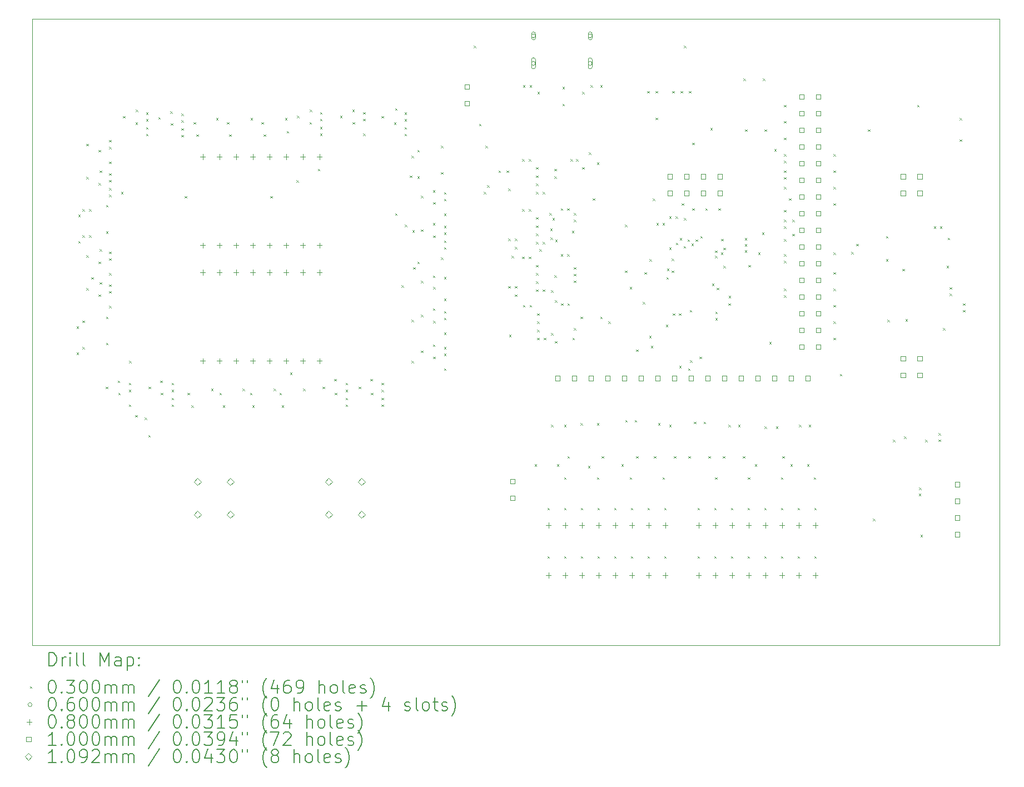
<source format=gbr>
%TF.GenerationSoftware,KiCad,Pcbnew,8.0.5*%
%TF.CreationDate,2024-11-21T16:51:07-07:00*%
%TF.ProjectId,CMPE2750,434d5045-3237-4353-902e-6b696361645f,rev?*%
%TF.SameCoordinates,Original*%
%TF.FileFunction,Drillmap*%
%TF.FilePolarity,Positive*%
%FSLAX45Y45*%
G04 Gerber Fmt 4.5, Leading zero omitted, Abs format (unit mm)*
G04 Created by KiCad (PCBNEW 8.0.5) date 2024-11-21 16:51:07*
%MOMM*%
%LPD*%
G01*
G04 APERTURE LIST*
%ADD10C,0.050000*%
%ADD11C,0.200000*%
%ADD12C,0.100000*%
%ADD13C,0.109220*%
G04 APERTURE END LIST*
D10*
X5382000Y-4600000D02*
X20118000Y-4600000D01*
X20118000Y-14140000D01*
X5382000Y-14140000D01*
X5382000Y-4600000D01*
D11*
D12*
X6060000Y-9285000D02*
X6090000Y-9315000D01*
X6090000Y-9285000D02*
X6060000Y-9315000D01*
X6060000Y-9685000D02*
X6090000Y-9715000D01*
X6090000Y-9685000D02*
X6060000Y-9715000D01*
X6085000Y-7585000D02*
X6115000Y-7615000D01*
X6115000Y-7585000D02*
X6085000Y-7615000D01*
X6085000Y-7985000D02*
X6115000Y-8015000D01*
X6115000Y-7985000D02*
X6085000Y-8015000D01*
X6149250Y-7497000D02*
X6179250Y-7527000D01*
X6179250Y-7497000D02*
X6149250Y-7527000D01*
X6149250Y-7897000D02*
X6179250Y-7927000D01*
X6179250Y-7897000D02*
X6149250Y-7927000D01*
X6149250Y-9197000D02*
X6179250Y-9227000D01*
X6179250Y-9197000D02*
X6149250Y-9227000D01*
X6149250Y-9597000D02*
X6179250Y-9627000D01*
X6179250Y-9597000D02*
X6149250Y-9627000D01*
X6205500Y-6502000D02*
X6235500Y-6532000D01*
X6235500Y-6502000D02*
X6205500Y-6532000D01*
X6205500Y-7007000D02*
X6235500Y-7037000D01*
X6235500Y-7007000D02*
X6205500Y-7037000D01*
X6205500Y-8202000D02*
X6235500Y-8232000D01*
X6235500Y-8202000D02*
X6205500Y-8232000D01*
X6205500Y-8702000D02*
X6235500Y-8732000D01*
X6235500Y-8702000D02*
X6205500Y-8732000D01*
X6251250Y-7497000D02*
X6281250Y-7527000D01*
X6281250Y-7497000D02*
X6251250Y-7527000D01*
X6251250Y-7897000D02*
X6281250Y-7927000D01*
X6281250Y-7897000D02*
X6251250Y-7927000D01*
X6285000Y-8535000D02*
X6315000Y-8565000D01*
X6315000Y-8535000D02*
X6285000Y-8565000D01*
X6393000Y-6597000D02*
X6423000Y-6627000D01*
X6423000Y-6597000D02*
X6393000Y-6627000D01*
X6393000Y-7102000D02*
X6423000Y-7132000D01*
X6423000Y-7102000D02*
X6393000Y-7132000D01*
X6393000Y-8297000D02*
X6423000Y-8327000D01*
X6423000Y-8297000D02*
X6393000Y-8327000D01*
X6393000Y-8797000D02*
X6423000Y-8827000D01*
X6423000Y-8797000D02*
X6393000Y-8827000D01*
X6410000Y-6910000D02*
X6440000Y-6940000D01*
X6440000Y-6910000D02*
X6410000Y-6940000D01*
X6410000Y-8110000D02*
X6440000Y-8140000D01*
X6440000Y-8110000D02*
X6410000Y-8140000D01*
X6410000Y-8610000D02*
X6440000Y-8640000D01*
X6440000Y-8610000D02*
X6410000Y-8640000D01*
X6505500Y-10202000D02*
X6535500Y-10232000D01*
X6535500Y-10202000D02*
X6505500Y-10232000D01*
X6510000Y-7435000D02*
X6540000Y-7465000D01*
X6540000Y-7435000D02*
X6510000Y-7465000D01*
X6510000Y-7835000D02*
X6540000Y-7865000D01*
X6540000Y-7835000D02*
X6510000Y-7865000D01*
X6510000Y-9135000D02*
X6540000Y-9165000D01*
X6540000Y-9135000D02*
X6510000Y-9165000D01*
X6510000Y-9535000D02*
X6540000Y-9565000D01*
X6540000Y-9535000D02*
X6510000Y-9565000D01*
X6555500Y-6446000D02*
X6585500Y-6476000D01*
X6585500Y-6446000D02*
X6555500Y-6476000D01*
X6555500Y-6548000D02*
X6585500Y-6578000D01*
X6585500Y-6548000D02*
X6555500Y-6578000D01*
X6555500Y-6773000D02*
X6585500Y-6803000D01*
X6585500Y-6773000D02*
X6555500Y-6803000D01*
X6555500Y-6951000D02*
X6585500Y-6981000D01*
X6585500Y-6951000D02*
X6555500Y-6981000D01*
X6555500Y-7053000D02*
X6585500Y-7083000D01*
X6585500Y-7053000D02*
X6555500Y-7083000D01*
X6555500Y-7176000D02*
X6585500Y-7206000D01*
X6585500Y-7176000D02*
X6555500Y-7206000D01*
X6555500Y-7278000D02*
X6585500Y-7308000D01*
X6585500Y-7278000D02*
X6555500Y-7308000D01*
X6555500Y-8146000D02*
X6585500Y-8176000D01*
X6585500Y-8146000D02*
X6555500Y-8176000D01*
X6555500Y-8248000D02*
X6585500Y-8278000D01*
X6585500Y-8248000D02*
X6555500Y-8278000D01*
X6555500Y-8473000D02*
X6585500Y-8503000D01*
X6585500Y-8473000D02*
X6555500Y-8503000D01*
X6555500Y-8646000D02*
X6585500Y-8676000D01*
X6585500Y-8646000D02*
X6555500Y-8676000D01*
X6555500Y-8748000D02*
X6585500Y-8778000D01*
X6585500Y-8748000D02*
X6555500Y-8778000D01*
X6555500Y-8973000D02*
X6585500Y-9003000D01*
X6585500Y-8973000D02*
X6555500Y-9003000D01*
X6685000Y-10110000D02*
X6715000Y-10140000D01*
X6715000Y-10110000D02*
X6685000Y-10140000D01*
X6693000Y-10297000D02*
X6723000Y-10327000D01*
X6723000Y-10297000D02*
X6693000Y-10327000D01*
X6735000Y-7236000D02*
X6765000Y-7266000D01*
X6765000Y-7236000D02*
X6735000Y-7266000D01*
X6768000Y-6082000D02*
X6798000Y-6112000D01*
X6798000Y-6082000D02*
X6768000Y-6112000D01*
X6855500Y-10146000D02*
X6885500Y-10176000D01*
X6885500Y-10146000D02*
X6855500Y-10176000D01*
X6855500Y-10248000D02*
X6885500Y-10278000D01*
X6885500Y-10248000D02*
X6855500Y-10278000D01*
X6855500Y-10473000D02*
X6885500Y-10503000D01*
X6885500Y-10473000D02*
X6855500Y-10503000D01*
X6860000Y-9810000D02*
X6890000Y-9840000D01*
X6890000Y-9810000D02*
X6860000Y-9840000D01*
X6951132Y-10635000D02*
X6981132Y-10665000D01*
X6981132Y-10635000D02*
X6951132Y-10665000D01*
X6955500Y-6177000D02*
X6985500Y-6207000D01*
X6985500Y-6177000D02*
X6955500Y-6207000D01*
X6960000Y-5985000D02*
X6990000Y-6015000D01*
X6990000Y-5985000D02*
X6960000Y-6015000D01*
X7097500Y-10672500D02*
X7127500Y-10702500D01*
X7127500Y-10672500D02*
X7097500Y-10702500D01*
X7118000Y-6026000D02*
X7148000Y-6056000D01*
X7148000Y-6026000D02*
X7118000Y-6056000D01*
X7118000Y-6128000D02*
X7148000Y-6158000D01*
X7148000Y-6128000D02*
X7118000Y-6158000D01*
X7118000Y-6251000D02*
X7148000Y-6281000D01*
X7148000Y-6251000D02*
X7118000Y-6281000D01*
X7118000Y-6353000D02*
X7148000Y-6383000D01*
X7148000Y-6353000D02*
X7118000Y-6383000D01*
X7153558Y-10941442D02*
X7183558Y-10971442D01*
X7183558Y-10941442D02*
X7153558Y-10971442D01*
X7155500Y-10202000D02*
X7185500Y-10232000D01*
X7185500Y-10202000D02*
X7155500Y-10232000D01*
X7305500Y-6097000D02*
X7335500Y-6127000D01*
X7335500Y-6097000D02*
X7305500Y-6127000D01*
X7335000Y-10110000D02*
X7365000Y-10140000D01*
X7365000Y-10110000D02*
X7335000Y-10140000D01*
X7343000Y-10297000D02*
X7373000Y-10327000D01*
X7373000Y-10297000D02*
X7343000Y-10327000D01*
X7485000Y-6010000D02*
X7515000Y-6040000D01*
X7515000Y-6010000D02*
X7485000Y-6040000D01*
X7493000Y-6192000D02*
X7523000Y-6222000D01*
X7523000Y-6192000D02*
X7493000Y-6222000D01*
X7505500Y-10146000D02*
X7535500Y-10176000D01*
X7535500Y-10146000D02*
X7505500Y-10176000D01*
X7505500Y-10248000D02*
X7535500Y-10278000D01*
X7535500Y-10248000D02*
X7505500Y-10278000D01*
X7505500Y-10371000D02*
X7535500Y-10401000D01*
X7535500Y-10371000D02*
X7505500Y-10401000D01*
X7505500Y-10473000D02*
X7535500Y-10503000D01*
X7535500Y-10473000D02*
X7505500Y-10503000D01*
X7655500Y-6041000D02*
X7685500Y-6071000D01*
X7685500Y-6041000D02*
X7655500Y-6071000D01*
X7655500Y-6143000D02*
X7685500Y-6173000D01*
X7685500Y-6143000D02*
X7655500Y-6173000D01*
X7655500Y-6266000D02*
X7685500Y-6296000D01*
X7685500Y-6266000D02*
X7655500Y-6296000D01*
X7655500Y-6368000D02*
X7685500Y-6398000D01*
X7685500Y-6368000D02*
X7655500Y-6398000D01*
X7704273Y-7300000D02*
X7734273Y-7330000D01*
X7734273Y-7300000D02*
X7704273Y-7330000D01*
X7749250Y-10297000D02*
X7779250Y-10327000D01*
X7779250Y-10297000D02*
X7749250Y-10327000D01*
X7810000Y-10485000D02*
X7840000Y-10515000D01*
X7840000Y-10485000D02*
X7810000Y-10515000D01*
X7843000Y-6172000D02*
X7873000Y-6202000D01*
X7873000Y-6172000D02*
X7843000Y-6202000D01*
X7885000Y-6360000D02*
X7915000Y-6390000D01*
X7915000Y-6360000D02*
X7885000Y-6390000D01*
X8110000Y-10235000D02*
X8140000Y-10265000D01*
X8140000Y-10235000D02*
X8110000Y-10265000D01*
X8185000Y-6110000D02*
X8215000Y-6140000D01*
X8215000Y-6110000D02*
X8185000Y-6140000D01*
X8236750Y-10297000D02*
X8266750Y-10327000D01*
X8266750Y-10297000D02*
X8236750Y-10327000D01*
X8285000Y-10485000D02*
X8315000Y-10515000D01*
X8315000Y-10485000D02*
X8285000Y-10515000D01*
X8349250Y-6172000D02*
X8379250Y-6202000D01*
X8379250Y-6172000D02*
X8349250Y-6202000D01*
X8385000Y-6360000D02*
X8415000Y-6390000D01*
X8415000Y-6360000D02*
X8385000Y-6390000D01*
X8585000Y-10235000D02*
X8615000Y-10265000D01*
X8615000Y-10235000D02*
X8585000Y-10265000D01*
X8699250Y-10297000D02*
X8729250Y-10327000D01*
X8729250Y-10297000D02*
X8699250Y-10327000D01*
X8710000Y-6110000D02*
X8740000Y-6140000D01*
X8740000Y-6110000D02*
X8710000Y-6140000D01*
X8735000Y-10485000D02*
X8765000Y-10515000D01*
X8765000Y-10485000D02*
X8735000Y-10515000D01*
X8874250Y-6172000D02*
X8904250Y-6202000D01*
X8904250Y-6172000D02*
X8874250Y-6202000D01*
X8910000Y-6360000D02*
X8940000Y-6390000D01*
X8940000Y-6360000D02*
X8910000Y-6390000D01*
X9008000Y-7300000D02*
X9038000Y-7330000D01*
X9038000Y-7300000D02*
X9008000Y-7330000D01*
X9060000Y-10235000D02*
X9090000Y-10265000D01*
X9090000Y-10235000D02*
X9060000Y-10265000D01*
X9149250Y-10297000D02*
X9179250Y-10327000D01*
X9179250Y-10297000D02*
X9149250Y-10327000D01*
X9185000Y-10485000D02*
X9215000Y-10515000D01*
X9215000Y-10485000D02*
X9185000Y-10515000D01*
X9235000Y-6110000D02*
X9265000Y-6140000D01*
X9265000Y-6110000D02*
X9235000Y-6140000D01*
X9260000Y-6310000D02*
X9290000Y-6340000D01*
X9290000Y-6310000D02*
X9260000Y-6340000D01*
X9310000Y-9987000D02*
X9340000Y-10017000D01*
X9340000Y-9987000D02*
X9310000Y-10017000D01*
X9408000Y-7060000D02*
X9438000Y-7090000D01*
X9438000Y-7060000D02*
X9408000Y-7090000D01*
X9418000Y-6077000D02*
X9448000Y-6107000D01*
X9448000Y-6077000D02*
X9418000Y-6107000D01*
X9510000Y-10235000D02*
X9540000Y-10265000D01*
X9540000Y-10235000D02*
X9510000Y-10265000D01*
X9605500Y-6172000D02*
X9635500Y-6202000D01*
X9635500Y-6172000D02*
X9605500Y-6202000D01*
X9610000Y-5985000D02*
X9640000Y-6015000D01*
X9640000Y-5985000D02*
X9610000Y-6015000D01*
X9735000Y-6885000D02*
X9765000Y-6915000D01*
X9765000Y-6885000D02*
X9735000Y-6915000D01*
X9768000Y-6021000D02*
X9798000Y-6051000D01*
X9798000Y-6021000D02*
X9768000Y-6051000D01*
X9768000Y-6123000D02*
X9798000Y-6153000D01*
X9798000Y-6123000D02*
X9768000Y-6153000D01*
X9768000Y-6246000D02*
X9798000Y-6276000D01*
X9798000Y-6246000D02*
X9768000Y-6276000D01*
X9768000Y-6348000D02*
X9798000Y-6378000D01*
X9798000Y-6348000D02*
X9768000Y-6378000D01*
X9805500Y-10202000D02*
X9835500Y-10232000D01*
X9835500Y-10202000D02*
X9805500Y-10232000D01*
X9985000Y-10085000D02*
X10015000Y-10115000D01*
X10015000Y-10085000D02*
X9985000Y-10115000D01*
X9993000Y-10297000D02*
X10023000Y-10327000D01*
X10023000Y-10297000D02*
X9993000Y-10327000D01*
X10074250Y-6077000D02*
X10104250Y-6107000D01*
X10104250Y-6077000D02*
X10074250Y-6107000D01*
X10155500Y-10146000D02*
X10185500Y-10176000D01*
X10185500Y-10146000D02*
X10155500Y-10176000D01*
X10155500Y-10248000D02*
X10185500Y-10278000D01*
X10185500Y-10248000D02*
X10155500Y-10278000D01*
X10155500Y-10371000D02*
X10185500Y-10401000D01*
X10185500Y-10371000D02*
X10155500Y-10401000D01*
X10155500Y-10473000D02*
X10185500Y-10503000D01*
X10185500Y-10473000D02*
X10155500Y-10503000D01*
X10260000Y-5985000D02*
X10290000Y-6015000D01*
X10290000Y-5985000D02*
X10260000Y-6015000D01*
X10261750Y-6172000D02*
X10291750Y-6202000D01*
X10291750Y-6172000D02*
X10261750Y-6202000D01*
X10355500Y-10202000D02*
X10385500Y-10232000D01*
X10385500Y-10202000D02*
X10355500Y-10232000D01*
X10424250Y-6021000D02*
X10454250Y-6051000D01*
X10454250Y-6021000D02*
X10424250Y-6051000D01*
X10424250Y-6123000D02*
X10454250Y-6153000D01*
X10454250Y-6123000D02*
X10424250Y-6153000D01*
X10424250Y-6348000D02*
X10454250Y-6378000D01*
X10454250Y-6348000D02*
X10424250Y-6378000D01*
X10535000Y-10085000D02*
X10565000Y-10115000D01*
X10565000Y-10085000D02*
X10535000Y-10115000D01*
X10543000Y-10297000D02*
X10573000Y-10327000D01*
X10573000Y-10297000D02*
X10543000Y-10327000D01*
X10705500Y-6082000D02*
X10735500Y-6112000D01*
X10735500Y-6082000D02*
X10705500Y-6112000D01*
X10705500Y-10146000D02*
X10735500Y-10176000D01*
X10735500Y-10146000D02*
X10705500Y-10176000D01*
X10705500Y-10248000D02*
X10735500Y-10278000D01*
X10735500Y-10248000D02*
X10705500Y-10278000D01*
X10705500Y-10371000D02*
X10735500Y-10401000D01*
X10735500Y-10371000D02*
X10705500Y-10401000D01*
X10705500Y-10473000D02*
X10735500Y-10503000D01*
X10735500Y-10473000D02*
X10705500Y-10503000D01*
X10893000Y-6177000D02*
X10923000Y-6207000D01*
X10923000Y-6177000D02*
X10893000Y-6207000D01*
X10910000Y-5960000D02*
X10940000Y-5990000D01*
X10940000Y-5960000D02*
X10910000Y-5990000D01*
X10910000Y-7560000D02*
X10940000Y-7590000D01*
X10940000Y-7560000D02*
X10910000Y-7590000D01*
X11010000Y-8660000D02*
X11040000Y-8690000D01*
X11040000Y-8660000D02*
X11010000Y-8690000D01*
X11055500Y-6026000D02*
X11085500Y-6056000D01*
X11085500Y-6026000D02*
X11055500Y-6056000D01*
X11055500Y-6128000D02*
X11085500Y-6158000D01*
X11085500Y-6128000D02*
X11055500Y-6158000D01*
X11055500Y-6251000D02*
X11085500Y-6281000D01*
X11085500Y-6251000D02*
X11055500Y-6281000D01*
X11055500Y-6353000D02*
X11085500Y-6383000D01*
X11085500Y-6353000D02*
X11055500Y-6383000D01*
X11060000Y-7735000D02*
X11090000Y-7765000D01*
X11090000Y-7735000D02*
X11060000Y-7765000D01*
X11135000Y-6985000D02*
X11165000Y-7015000D01*
X11165000Y-6985000D02*
X11135000Y-7015000D01*
X11160000Y-6685000D02*
X11190000Y-6715000D01*
X11190000Y-6685000D02*
X11160000Y-6715000D01*
X11160000Y-9185000D02*
X11190000Y-9215000D01*
X11190000Y-9185000D02*
X11160000Y-9215000D01*
X11160000Y-9810000D02*
X11190000Y-9840000D01*
X11190000Y-9810000D02*
X11160000Y-9840000D01*
X11172774Y-7822226D02*
X11202774Y-7852226D01*
X11202774Y-7822226D02*
X11172774Y-7852226D01*
X11185000Y-8385000D02*
X11215000Y-8415000D01*
X11215000Y-8385000D02*
X11185000Y-8415000D01*
X11249250Y-6597000D02*
X11279250Y-6627000D01*
X11279250Y-6597000D02*
X11249250Y-6627000D01*
X11249250Y-6997000D02*
X11279250Y-7027000D01*
X11279250Y-6997000D02*
X11249250Y-7027000D01*
X11249250Y-8297000D02*
X11279250Y-8327000D01*
X11279250Y-8297000D02*
X11249250Y-8327000D01*
X11305500Y-7297000D02*
X11335500Y-7327000D01*
X11335500Y-7297000D02*
X11305500Y-7327000D01*
X11305500Y-7807000D02*
X11335500Y-7837000D01*
X11335500Y-7807000D02*
X11305500Y-7837000D01*
X11305500Y-8589500D02*
X11335500Y-8619500D01*
X11335500Y-8589500D02*
X11305500Y-8619500D01*
X11305500Y-9107000D02*
X11335500Y-9137000D01*
X11335500Y-9107000D02*
X11305500Y-9137000D01*
X11305500Y-9652000D02*
X11335500Y-9682000D01*
X11335500Y-9652000D02*
X11305500Y-9682000D01*
X11485000Y-7210000D02*
X11515000Y-7240000D01*
X11515000Y-7210000D02*
X11485000Y-7240000D01*
X11485000Y-7710000D02*
X11515000Y-7740000D01*
X11515000Y-7710000D02*
X11485000Y-7740000D01*
X11485000Y-8510000D02*
X11515000Y-8540000D01*
X11515000Y-8510000D02*
X11485000Y-8540000D01*
X11485000Y-9010000D02*
X11515000Y-9040000D01*
X11515000Y-9010000D02*
X11485000Y-9040000D01*
X11485000Y-9560000D02*
X11515000Y-9590000D01*
X11515000Y-9560000D02*
X11485000Y-9590000D01*
X11493000Y-7392000D02*
X11523000Y-7422000D01*
X11523000Y-7392000D02*
X11493000Y-7422000D01*
X11493000Y-7902000D02*
X11523000Y-7932000D01*
X11523000Y-7902000D02*
X11493000Y-7932000D01*
X11493000Y-8684500D02*
X11523000Y-8714500D01*
X11523000Y-8684500D02*
X11493000Y-8714500D01*
X11493000Y-9202000D02*
X11523000Y-9232000D01*
X11523000Y-9202000D02*
X11493000Y-9232000D01*
X11493000Y-9747000D02*
X11523000Y-9777000D01*
X11523000Y-9747000D02*
X11493000Y-9777000D01*
X11610000Y-6535000D02*
X11640000Y-6565000D01*
X11640000Y-6535000D02*
X11610000Y-6565000D01*
X11610000Y-6935000D02*
X11640000Y-6965000D01*
X11640000Y-6935000D02*
X11610000Y-6965000D01*
X11610000Y-8235000D02*
X11640000Y-8265000D01*
X11640000Y-8235000D02*
X11610000Y-8265000D01*
X11655500Y-7241000D02*
X11685500Y-7271000D01*
X11685500Y-7241000D02*
X11655500Y-7271000D01*
X11655500Y-7343000D02*
X11685500Y-7373000D01*
X11685500Y-7343000D02*
X11655500Y-7373000D01*
X11655500Y-7568000D02*
X11685500Y-7598000D01*
X11685500Y-7568000D02*
X11655500Y-7598000D01*
X11655500Y-7751000D02*
X11685500Y-7781000D01*
X11685500Y-7751000D02*
X11655500Y-7781000D01*
X11655500Y-7853000D02*
X11685500Y-7883000D01*
X11685500Y-7853000D02*
X11655500Y-7883000D01*
X11655500Y-7976000D02*
X11685500Y-8006000D01*
X11685500Y-7976000D02*
X11655500Y-8006000D01*
X11655500Y-8078000D02*
X11685500Y-8108000D01*
X11685500Y-8078000D02*
X11655500Y-8108000D01*
X11655500Y-8533500D02*
X11685500Y-8563500D01*
X11685500Y-8533500D02*
X11655500Y-8563500D01*
X11655500Y-8860500D02*
X11685500Y-8890500D01*
X11685500Y-8860500D02*
X11655500Y-8890500D01*
X11655500Y-9051000D02*
X11685500Y-9081000D01*
X11685500Y-9051000D02*
X11655500Y-9081000D01*
X11655500Y-9153000D02*
X11685500Y-9183000D01*
X11685500Y-9153000D02*
X11655500Y-9183000D01*
X11655500Y-9378000D02*
X11685500Y-9408000D01*
X11685500Y-9378000D02*
X11655500Y-9408000D01*
X11655500Y-9596000D02*
X11685500Y-9626000D01*
X11685500Y-9596000D02*
X11655500Y-9626000D01*
X11655500Y-9698000D02*
X11685500Y-9728000D01*
X11685500Y-9698000D02*
X11655500Y-9728000D01*
X11655500Y-9923000D02*
X11685500Y-9953000D01*
X11685500Y-9923000D02*
X11655500Y-9953000D01*
X12110000Y-5010000D02*
X12140000Y-5040000D01*
X12140000Y-5010000D02*
X12110000Y-5040000D01*
X12190500Y-6197000D02*
X12220500Y-6227000D01*
X12220500Y-6197000D02*
X12190500Y-6227000D01*
X12260000Y-7235000D02*
X12290000Y-7265000D01*
X12290000Y-7235000D02*
X12260000Y-7265000D01*
X12285000Y-6535000D02*
X12315000Y-6565000D01*
X12315000Y-6535000D02*
X12285000Y-6565000D01*
X12310000Y-7135000D02*
X12340000Y-7165000D01*
X12340000Y-7135000D02*
X12310000Y-7165000D01*
X12485000Y-6910000D02*
X12515000Y-6940000D01*
X12515000Y-6910000D02*
X12485000Y-6940000D01*
X12610000Y-6910000D02*
X12640000Y-6940000D01*
X12640000Y-6910000D02*
X12610000Y-6940000D01*
X12634000Y-7185000D02*
X12664000Y-7215000D01*
X12664000Y-7185000D02*
X12634000Y-7215000D01*
X12634000Y-7947500D02*
X12664000Y-7977500D01*
X12664000Y-7947500D02*
X12634000Y-7977500D01*
X12634000Y-8672500D02*
X12664000Y-8702500D01*
X12664000Y-8672500D02*
X12634000Y-8702500D01*
X12647750Y-9410000D02*
X12677750Y-9440000D01*
X12677750Y-9410000D02*
X12647750Y-9440000D01*
X12685000Y-8210000D02*
X12715000Y-8240000D01*
X12715000Y-8210000D02*
X12685000Y-8240000D01*
X12736000Y-7947500D02*
X12766000Y-7977500D01*
X12766000Y-7947500D02*
X12736000Y-7977500D01*
X12736000Y-8072500D02*
X12766000Y-8102500D01*
X12766000Y-8072500D02*
X12736000Y-8102500D01*
X12736000Y-8672500D02*
X12766000Y-8702500D01*
X12766000Y-8672500D02*
X12736000Y-8702500D01*
X12736000Y-8797500D02*
X12766000Y-8827500D01*
X12766000Y-8797500D02*
X12736000Y-8827500D01*
X12844000Y-6735000D02*
X12874000Y-6765000D01*
X12874000Y-6735000D02*
X12844000Y-6765000D01*
X12844000Y-7497500D02*
X12874000Y-7527500D01*
X12874000Y-7497500D02*
X12844000Y-7527500D01*
X12844000Y-8222500D02*
X12874000Y-8252500D01*
X12874000Y-8222500D02*
X12844000Y-8252500D01*
X12857750Y-8960000D02*
X12887750Y-8990000D01*
X12887750Y-8960000D02*
X12857750Y-8990000D01*
X12860000Y-5610000D02*
X12890000Y-5640000D01*
X12890000Y-5610000D02*
X12860000Y-5640000D01*
X12946000Y-6735000D02*
X12976000Y-6765000D01*
X12976000Y-6735000D02*
X12946000Y-6765000D01*
X12946000Y-7497500D02*
X12976000Y-7527500D01*
X12976000Y-7497500D02*
X12946000Y-7527500D01*
X12946000Y-8222500D02*
X12976000Y-8252500D01*
X12976000Y-8222500D02*
X12946000Y-8252500D01*
X12959750Y-8960000D02*
X12989750Y-8990000D01*
X12989750Y-8960000D02*
X12959750Y-8990000D01*
X12960000Y-5610000D02*
X12990000Y-5640000D01*
X12990000Y-5610000D02*
X12960000Y-5640000D01*
X13035000Y-11385000D02*
X13065000Y-11415000D01*
X13065000Y-11385000D02*
X13035000Y-11415000D01*
X13059000Y-6860000D02*
X13089000Y-6890000D01*
X13089000Y-6860000D02*
X13059000Y-6890000D01*
X13059000Y-6985000D02*
X13089000Y-7015000D01*
X13089000Y-6985000D02*
X13059000Y-7015000D01*
X13059000Y-7110000D02*
X13089000Y-7140000D01*
X13089000Y-7110000D02*
X13059000Y-7140000D01*
X13059000Y-7235000D02*
X13089000Y-7265000D01*
X13089000Y-7235000D02*
X13059000Y-7265000D01*
X13059000Y-7622500D02*
X13089000Y-7652500D01*
X13089000Y-7622500D02*
X13059000Y-7652500D01*
X13059000Y-7747500D02*
X13089000Y-7777500D01*
X13089000Y-7747500D02*
X13059000Y-7777500D01*
X13059000Y-7872500D02*
X13089000Y-7902500D01*
X13089000Y-7872500D02*
X13059000Y-7902500D01*
X13059000Y-7997500D02*
X13089000Y-8027500D01*
X13089000Y-7997500D02*
X13059000Y-8027500D01*
X13059000Y-8347500D02*
X13089000Y-8377500D01*
X13089000Y-8347500D02*
X13059000Y-8377500D01*
X13059000Y-8472500D02*
X13089000Y-8502500D01*
X13089000Y-8472500D02*
X13059000Y-8502500D01*
X13059000Y-8597500D02*
X13089000Y-8627500D01*
X13089000Y-8597500D02*
X13059000Y-8627500D01*
X13059000Y-8722500D02*
X13089000Y-8752500D01*
X13089000Y-8722500D02*
X13059000Y-8752500D01*
X13072750Y-9085000D02*
X13102750Y-9115000D01*
X13102750Y-9085000D02*
X13072750Y-9115000D01*
X13072750Y-9210000D02*
X13102750Y-9240000D01*
X13102750Y-9210000D02*
X13072750Y-9240000D01*
X13072750Y-9335000D02*
X13102750Y-9365000D01*
X13102750Y-9335000D02*
X13072750Y-9365000D01*
X13072750Y-9460000D02*
X13102750Y-9490000D01*
X13102750Y-9460000D02*
X13072750Y-9490000D01*
X13077500Y-5710000D02*
X13107500Y-5740000D01*
X13107500Y-5710000D02*
X13077500Y-5740000D01*
X13110000Y-8110000D02*
X13140000Y-8140000D01*
X13140000Y-8110000D02*
X13110000Y-8140000D01*
X13161000Y-7235000D02*
X13191000Y-7265000D01*
X13191000Y-7235000D02*
X13161000Y-7265000D01*
X13161000Y-7997500D02*
X13191000Y-8027500D01*
X13191000Y-7997500D02*
X13161000Y-8027500D01*
X13161000Y-8722500D02*
X13191000Y-8752500D01*
X13191000Y-8722500D02*
X13161000Y-8752500D01*
X13174750Y-9460000D02*
X13204750Y-9490000D01*
X13204750Y-9460000D02*
X13174750Y-9490000D01*
X13229000Y-12785000D02*
X13259000Y-12815000D01*
X13259000Y-12785000D02*
X13229000Y-12815000D01*
X13230000Y-12050000D02*
X13260000Y-12080000D01*
X13260000Y-12050000D02*
X13230000Y-12080000D01*
X13258750Y-7558750D02*
X13288750Y-7588750D01*
X13288750Y-7558750D02*
X13258750Y-7588750D01*
X13271477Y-7796477D02*
X13301477Y-7826477D01*
X13301477Y-7796477D02*
X13271477Y-7826477D01*
X13276100Y-7932054D02*
X13306100Y-7962054D01*
X13306100Y-7932054D02*
X13276100Y-7962054D01*
X13285000Y-8735000D02*
X13315000Y-8765000D01*
X13315000Y-8735000D02*
X13285000Y-8765000D01*
X13285000Y-9385000D02*
X13315000Y-9415000D01*
X13315000Y-9385000D02*
X13285000Y-9415000D01*
X13285000Y-10785000D02*
X13315000Y-10815000D01*
X13315000Y-10785000D02*
X13285000Y-10815000D01*
X13307500Y-7635000D02*
X13337500Y-7665000D01*
X13337500Y-7635000D02*
X13307500Y-7665000D01*
X13335000Y-6885000D02*
X13365000Y-6915000D01*
X13365000Y-6885000D02*
X13335000Y-6915000D01*
X13335000Y-7000147D02*
X13365000Y-7030147D01*
X13365000Y-7000147D02*
X13335000Y-7030147D01*
X13336100Y-8504047D02*
X13366100Y-8534047D01*
X13366100Y-8504047D02*
X13336100Y-8534047D01*
X13345000Y-8885000D02*
X13375000Y-8915000D01*
X13375000Y-8885000D02*
X13345000Y-8915000D01*
X13345000Y-9510000D02*
X13375000Y-9540000D01*
X13375000Y-9510000D02*
X13345000Y-9540000D01*
X13350576Y-7962000D02*
X13380576Y-7992000D01*
X13380576Y-7962000D02*
X13350576Y-7992000D01*
X13375000Y-11385000D02*
X13405000Y-11415000D01*
X13405000Y-11385000D02*
X13375000Y-11415000D01*
X13435000Y-7485000D02*
X13465000Y-7515000D01*
X13465000Y-7485000D02*
X13435000Y-7515000D01*
X13435000Y-8185000D02*
X13465000Y-8215000D01*
X13465000Y-8185000D02*
X13435000Y-8215000D01*
X13439000Y-8935000D02*
X13469000Y-8965000D01*
X13469000Y-8935000D02*
X13439000Y-8965000D01*
X13460000Y-5635000D02*
X13490000Y-5665000D01*
X13490000Y-5635000D02*
X13460000Y-5665000D01*
X13460000Y-5894140D02*
X13490000Y-5924140D01*
X13490000Y-5894140D02*
X13460000Y-5924140D01*
X13483000Y-12785000D02*
X13513000Y-12815000D01*
X13513000Y-12785000D02*
X13483000Y-12815000D01*
X13484000Y-12050000D02*
X13514000Y-12080000D01*
X13514000Y-12050000D02*
X13484000Y-12080000D01*
X13485000Y-10785000D02*
X13515000Y-10815000D01*
X13515000Y-10785000D02*
X13485000Y-10815000D01*
X13485000Y-11585000D02*
X13515000Y-11615000D01*
X13515000Y-11585000D02*
X13485000Y-11615000D01*
X13531000Y-7485000D02*
X13561000Y-7515000D01*
X13561000Y-7485000D02*
X13531000Y-7515000D01*
X13531000Y-8185000D02*
X13561000Y-8215000D01*
X13561000Y-8185000D02*
X13531000Y-8215000D01*
X13533750Y-11261000D02*
X13563750Y-11291000D01*
X13563750Y-11261000D02*
X13533750Y-11291000D01*
X13535000Y-8935000D02*
X13565000Y-8965000D01*
X13565000Y-8935000D02*
X13535000Y-8965000D01*
X13583000Y-6735000D02*
X13613000Y-6765000D01*
X13613000Y-6735000D02*
X13583000Y-6765000D01*
X13605073Y-7830073D02*
X13635073Y-7860073D01*
X13635073Y-7830073D02*
X13605073Y-7860073D01*
X13610000Y-9460000D02*
X13640000Y-9490000D01*
X13640000Y-9460000D02*
X13610000Y-9490000D01*
X13634500Y-8384500D02*
X13664500Y-8414500D01*
X13664500Y-8384500D02*
X13634500Y-8414500D01*
X13635000Y-7559000D02*
X13665000Y-7589000D01*
X13665000Y-7559000D02*
X13635000Y-7589000D01*
X13635000Y-7661000D02*
X13665000Y-7691000D01*
X13665000Y-7661000D02*
X13635000Y-7691000D01*
X13635000Y-8486000D02*
X13665000Y-8516000D01*
X13665000Y-8486000D02*
X13635000Y-8516000D01*
X13635000Y-8585000D02*
X13665000Y-8615000D01*
X13665000Y-8585000D02*
X13635000Y-8615000D01*
X13635000Y-9310000D02*
X13665000Y-9340000D01*
X13665000Y-9310000D02*
X13635000Y-9340000D01*
X13667853Y-6735000D02*
X13697853Y-6765000D01*
X13697853Y-6735000D02*
X13667853Y-6765000D01*
X13735000Y-10760000D02*
X13765000Y-10790000D01*
X13765000Y-10760000D02*
X13735000Y-10790000D01*
X13736000Y-9135000D02*
X13766000Y-9165000D01*
X13766000Y-9135000D02*
X13736000Y-9165000D01*
X13737000Y-12785000D02*
X13767000Y-12815000D01*
X13767000Y-12785000D02*
X13737000Y-12815000D01*
X13738000Y-12050000D02*
X13768000Y-12080000D01*
X13768000Y-12050000D02*
X13738000Y-12080000D01*
X13760000Y-5710000D02*
X13790000Y-5740000D01*
X13790000Y-5710000D02*
X13760000Y-5740000D01*
X13761000Y-6860000D02*
X13791000Y-6890000D01*
X13791000Y-6860000D02*
X13761000Y-6890000D01*
X13849000Y-11410000D02*
X13879000Y-11440000D01*
X13879000Y-11410000D02*
X13849000Y-11440000D01*
X13860000Y-6636500D02*
X13890000Y-6666500D01*
X13890000Y-6636500D02*
X13860000Y-6666500D01*
X13885000Y-5610000D02*
X13915000Y-5640000D01*
X13915000Y-5610000D02*
X13885000Y-5640000D01*
X13920000Y-7335000D02*
X13950000Y-7365000D01*
X13950000Y-7335000D02*
X13920000Y-7365000D01*
X13985000Y-6785000D02*
X14015000Y-6815000D01*
X14015000Y-6785000D02*
X13985000Y-6815000D01*
X13985000Y-10760000D02*
X14015000Y-10790000D01*
X14015000Y-10760000D02*
X13985000Y-10790000D01*
X13985000Y-11585000D02*
X14015000Y-11615000D01*
X14015000Y-11585000D02*
X13985000Y-11615000D01*
X13991000Y-12785000D02*
X14021000Y-12815000D01*
X14021000Y-12785000D02*
X13991000Y-12815000D01*
X13992000Y-12050000D02*
X14022000Y-12080000D01*
X14022000Y-12050000D02*
X13992000Y-12080000D01*
X14035000Y-5610000D02*
X14065000Y-5640000D01*
X14065000Y-5610000D02*
X14035000Y-5640000D01*
X14035000Y-9135000D02*
X14065000Y-9165000D01*
X14065000Y-9135000D02*
X14035000Y-9165000D01*
X14055000Y-11261000D02*
X14085000Y-11291000D01*
X14085000Y-11261000D02*
X14055000Y-11291000D01*
X14160000Y-9210000D02*
X14190000Y-9240000D01*
X14190000Y-9210000D02*
X14160000Y-9240000D01*
X14245000Y-12785000D02*
X14275000Y-12815000D01*
X14275000Y-12785000D02*
X14245000Y-12815000D01*
X14246000Y-12050000D02*
X14276000Y-12080000D01*
X14276000Y-12050000D02*
X14246000Y-12080000D01*
X14357000Y-11385000D02*
X14387000Y-11415000D01*
X14387000Y-11385000D02*
X14357000Y-11415000D01*
X14410000Y-7735000D02*
X14440000Y-7765000D01*
X14440000Y-7735000D02*
X14410000Y-7765000D01*
X14410000Y-8435000D02*
X14440000Y-8465000D01*
X14440000Y-8435000D02*
X14410000Y-8465000D01*
X14417000Y-10710000D02*
X14447000Y-10740000D01*
X14447000Y-10710000D02*
X14417000Y-10740000D01*
X14485000Y-8685000D02*
X14515000Y-8715000D01*
X14515000Y-8685000D02*
X14485000Y-8715000D01*
X14485000Y-11585000D02*
X14515000Y-11615000D01*
X14515000Y-11585000D02*
X14485000Y-11615000D01*
X14499000Y-12785000D02*
X14529000Y-12815000D01*
X14529000Y-12785000D02*
X14499000Y-12815000D01*
X14500000Y-12050000D02*
X14530000Y-12080000D01*
X14530000Y-12050000D02*
X14500000Y-12080000D01*
X14560000Y-10710000D02*
X14590000Y-10740000D01*
X14590000Y-10710000D02*
X14560000Y-10740000D01*
X14581000Y-11261000D02*
X14611000Y-11291000D01*
X14611000Y-11261000D02*
X14581000Y-11291000D01*
X14582210Y-9636507D02*
X14612210Y-9666507D01*
X14612210Y-9636507D02*
X14582210Y-9666507D01*
X14685000Y-8913750D02*
X14715000Y-8943750D01*
X14715000Y-8913750D02*
X14685000Y-8943750D01*
X14710000Y-8460000D02*
X14740000Y-8490000D01*
X14740000Y-8460000D02*
X14710000Y-8490000D01*
X14750660Y-5697440D02*
X14780660Y-5727440D01*
X14780660Y-5697440D02*
X14750660Y-5727440D01*
X14753000Y-12785000D02*
X14783000Y-12815000D01*
X14783000Y-12785000D02*
X14753000Y-12815000D01*
X14754000Y-12050000D02*
X14784000Y-12080000D01*
X14784000Y-12050000D02*
X14754000Y-12080000D01*
X14780073Y-9430074D02*
X14810073Y-9460074D01*
X14810073Y-9430074D02*
X14780073Y-9460074D01*
X14785000Y-8260000D02*
X14815000Y-8290000D01*
X14815000Y-8260000D02*
X14785000Y-8290000D01*
X14805000Y-9580000D02*
X14835000Y-9610000D01*
X14835000Y-9580000D02*
X14805000Y-9610000D01*
X14835000Y-7336000D02*
X14865000Y-7366000D01*
X14865000Y-7336000D02*
X14835000Y-7366000D01*
X14854000Y-11261000D02*
X14884000Y-11291000D01*
X14884000Y-11261000D02*
X14854000Y-11291000D01*
X14877660Y-5697440D02*
X14907660Y-5727440D01*
X14907660Y-5697440D02*
X14877660Y-5727440D01*
X14877660Y-6103840D02*
X14907660Y-6133840D01*
X14907660Y-6103840D02*
X14877660Y-6133840D01*
X14889000Y-7710000D02*
X14919000Y-7740000D01*
X14919000Y-7710000D02*
X14889000Y-7740000D01*
X14914000Y-10760000D02*
X14944000Y-10790000D01*
X14944000Y-10760000D02*
X14914000Y-10790000D01*
X14985000Y-7710000D02*
X15015000Y-7740000D01*
X15015000Y-7710000D02*
X14985000Y-7740000D01*
X14985000Y-11585000D02*
X15015000Y-11615000D01*
X15015000Y-11585000D02*
X14985000Y-11615000D01*
X15007000Y-12785000D02*
X15037000Y-12815000D01*
X15037000Y-12785000D02*
X15007000Y-12815000D01*
X15008000Y-12050000D02*
X15038000Y-12080000D01*
X15038000Y-12050000D02*
X15008000Y-12080000D01*
X15035000Y-9260000D02*
X15065000Y-9290000D01*
X15065000Y-9260000D02*
X15035000Y-9290000D01*
X15043044Y-8537336D02*
X15073044Y-8567336D01*
X15073044Y-8537336D02*
X15043044Y-8567336D01*
X15050332Y-8406282D02*
X15080332Y-8436282D01*
X15080332Y-8406282D02*
X15050332Y-8436282D01*
X15085000Y-7610000D02*
X15115000Y-7640000D01*
X15115000Y-7610000D02*
X15085000Y-7640000D01*
X15085000Y-10785000D02*
X15115000Y-10815000D01*
X15115000Y-10785000D02*
X15085000Y-10815000D01*
X15086694Y-8083306D02*
X15116694Y-8113306D01*
X15116694Y-8083306D02*
X15086694Y-8113306D01*
X15125000Y-8251906D02*
X15155000Y-8281906D01*
X15155000Y-8251906D02*
X15125000Y-8281906D01*
X15125000Y-8435000D02*
X15155000Y-8465000D01*
X15155000Y-8435000D02*
X15125000Y-8465000D01*
X15131660Y-5697440D02*
X15161660Y-5727440D01*
X15161660Y-5697440D02*
X15131660Y-5727440D01*
X15139000Y-9085000D02*
X15169000Y-9115000D01*
X15169000Y-9085000D02*
X15139000Y-9115000D01*
X15156000Y-11261000D02*
X15186000Y-11291000D01*
X15186000Y-11261000D02*
X15156000Y-11291000D01*
X15181000Y-7610000D02*
X15211000Y-7640000D01*
X15211000Y-7610000D02*
X15181000Y-7640000D01*
X15185000Y-8010000D02*
X15215000Y-8040000D01*
X15215000Y-8010000D02*
X15185000Y-8040000D01*
X15235000Y-9085000D02*
X15265000Y-9115000D01*
X15265000Y-9085000D02*
X15235000Y-9115000D01*
X15235733Y-9885733D02*
X15265733Y-9915733D01*
X15265733Y-9885733D02*
X15235733Y-9915733D01*
X15245000Y-7937838D02*
X15275000Y-7967838D01*
X15275000Y-7937838D02*
X15245000Y-7967838D01*
X15258660Y-5697440D02*
X15288660Y-5727440D01*
X15288660Y-5697440D02*
X15258660Y-5727440D01*
X15274000Y-7410000D02*
X15304000Y-7440000D01*
X15304000Y-7410000D02*
X15274000Y-7440000D01*
X15305000Y-8060000D02*
X15335000Y-8090000D01*
X15335000Y-8060000D02*
X15305000Y-8090000D01*
X15310000Y-5010000D02*
X15340000Y-5040000D01*
X15340000Y-5010000D02*
X15310000Y-5040000D01*
X15310000Y-7635000D02*
X15340000Y-7665000D01*
X15340000Y-7635000D02*
X15310000Y-7665000D01*
X15365000Y-7960000D02*
X15395000Y-7990000D01*
X15395000Y-7960000D02*
X15365000Y-7990000D01*
X15372926Y-9923160D02*
X15402926Y-9953160D01*
X15402926Y-9923160D02*
X15372926Y-9953160D01*
X15379000Y-11261000D02*
X15409000Y-11291000D01*
X15409000Y-11261000D02*
X15379000Y-11291000D01*
X15385660Y-5697440D02*
X15415660Y-5727440D01*
X15415660Y-5697440D02*
X15385660Y-5727440D01*
X15400000Y-9035000D02*
X15430000Y-9065000D01*
X15430000Y-9035000D02*
X15400000Y-9065000D01*
X15403160Y-9803160D02*
X15433160Y-9833160D01*
X15433160Y-9803160D02*
X15403160Y-9833160D01*
X15425000Y-8022610D02*
X15455000Y-8052610D01*
X15455000Y-8022610D02*
X15425000Y-8052610D01*
X15435000Y-6485000D02*
X15465000Y-6515000D01*
X15465000Y-6485000D02*
X15435000Y-6515000D01*
X15435000Y-7485000D02*
X15465000Y-7515000D01*
X15465000Y-7485000D02*
X15435000Y-7515000D01*
X15460000Y-10735000D02*
X15490000Y-10765000D01*
X15490000Y-10735000D02*
X15460000Y-10765000D01*
X15485000Y-7960000D02*
X15515000Y-7990000D01*
X15515000Y-7960000D02*
X15485000Y-7990000D01*
X15515000Y-12785000D02*
X15545000Y-12815000D01*
X15545000Y-12785000D02*
X15515000Y-12815000D01*
X15516000Y-12050000D02*
X15546000Y-12080000D01*
X15546000Y-12050000D02*
X15516000Y-12080000D01*
X15545586Y-9745586D02*
X15575586Y-9775586D01*
X15575586Y-9745586D02*
X15545586Y-9775586D01*
X15560000Y-7910000D02*
X15590000Y-7940000D01*
X15590000Y-7910000D02*
X15560000Y-7940000D01*
X15610000Y-10735000D02*
X15640000Y-10765000D01*
X15640000Y-10735000D02*
X15610000Y-10765000D01*
X15635000Y-7485000D02*
X15665000Y-7515000D01*
X15665000Y-7485000D02*
X15635000Y-7515000D01*
X15681000Y-11261000D02*
X15711000Y-11291000D01*
X15711000Y-11261000D02*
X15681000Y-11291000D01*
X15710000Y-6260000D02*
X15740000Y-6290000D01*
X15740000Y-6260000D02*
X15710000Y-6290000D01*
X15735000Y-8635000D02*
X15765000Y-8665000D01*
X15765000Y-8635000D02*
X15735000Y-8665000D01*
X15769000Y-12785000D02*
X15799000Y-12815000D01*
X15799000Y-12785000D02*
X15769000Y-12815000D01*
X15770000Y-12050000D02*
X15800000Y-12080000D01*
X15800000Y-12050000D02*
X15770000Y-12080000D01*
X15785000Y-8130000D02*
X15815000Y-8160000D01*
X15815000Y-8130000D02*
X15785000Y-8160000D01*
X15785000Y-8210000D02*
X15815000Y-8240000D01*
X15815000Y-8210000D02*
X15785000Y-8240000D01*
X15785000Y-11585000D02*
X15815000Y-11615000D01*
X15815000Y-11585000D02*
X15785000Y-11615000D01*
X15787000Y-9060000D02*
X15817000Y-9090000D01*
X15817000Y-9060000D02*
X15787000Y-9090000D01*
X15787000Y-9160000D02*
X15817000Y-9190000D01*
X15817000Y-9160000D02*
X15787000Y-9190000D01*
X15810000Y-8695000D02*
X15840000Y-8725000D01*
X15840000Y-8695000D02*
X15810000Y-8725000D01*
X15835000Y-7485000D02*
X15865000Y-7515000D01*
X15865000Y-7485000D02*
X15835000Y-7515000D01*
X15874223Y-8156554D02*
X15904223Y-8186554D01*
X15904223Y-8156554D02*
X15874223Y-8186554D01*
X15875147Y-7950147D02*
X15905147Y-7980147D01*
X15905147Y-7950147D02*
X15875147Y-7980147D01*
X15904000Y-11261000D02*
X15934000Y-11291000D01*
X15934000Y-11261000D02*
X15904000Y-11291000D01*
X15910000Y-8085000D02*
X15940000Y-8115000D01*
X15940000Y-8085000D02*
X15910000Y-8115000D01*
X15910000Y-8360000D02*
X15940000Y-8390000D01*
X15940000Y-8360000D02*
X15910000Y-8390000D01*
X15985000Y-8935000D02*
X16015000Y-8965000D01*
X16015000Y-8935000D02*
X15985000Y-8965000D01*
X15985000Y-10785000D02*
X16015000Y-10815000D01*
X16015000Y-10785000D02*
X15985000Y-10815000D01*
X15992500Y-8819406D02*
X16022500Y-8849406D01*
X16022500Y-8819406D02*
X15992500Y-8849406D01*
X16023000Y-12785000D02*
X16053000Y-12815000D01*
X16053000Y-12785000D02*
X16023000Y-12815000D01*
X16024000Y-12050000D02*
X16054000Y-12080000D01*
X16054000Y-12050000D02*
X16024000Y-12080000D01*
X16135000Y-10785000D02*
X16165000Y-10815000D01*
X16165000Y-10785000D02*
X16135000Y-10815000D01*
X16206000Y-11261000D02*
X16236000Y-11291000D01*
X16236000Y-11261000D02*
X16206000Y-11291000D01*
X16215000Y-5510000D02*
X16245000Y-5540000D01*
X16245000Y-5510000D02*
X16215000Y-5540000D01*
X16235000Y-7937000D02*
X16265000Y-7967000D01*
X16265000Y-7937000D02*
X16235000Y-7967000D01*
X16235000Y-8033000D02*
X16265000Y-8063000D01*
X16265000Y-8033000D02*
X16235000Y-8063000D01*
X16235000Y-8125147D02*
X16265000Y-8155147D01*
X16265000Y-8125147D02*
X16235000Y-8155147D01*
X16240000Y-6285000D02*
X16270000Y-6315000D01*
X16270000Y-6285000D02*
X16240000Y-6315000D01*
X16277000Y-12785000D02*
X16307000Y-12815000D01*
X16307000Y-12785000D02*
X16277000Y-12815000D01*
X16278000Y-12050000D02*
X16308000Y-12080000D01*
X16308000Y-12050000D02*
X16278000Y-12080000D01*
X16285000Y-11585000D02*
X16315000Y-11615000D01*
X16315000Y-11585000D02*
X16285000Y-11615000D01*
X16290147Y-8350000D02*
X16320147Y-8380000D01*
X16320147Y-8350000D02*
X16290147Y-8380000D01*
X16389000Y-11385000D02*
X16419000Y-11415000D01*
X16419000Y-11385000D02*
X16389000Y-11415000D01*
X16440000Y-8160000D02*
X16470000Y-8190000D01*
X16470000Y-8160000D02*
X16440000Y-8190000D01*
X16500000Y-7852853D02*
X16530000Y-7882853D01*
X16530000Y-7852853D02*
X16500000Y-7882853D01*
X16510000Y-5510000D02*
X16540000Y-5540000D01*
X16540000Y-5510000D02*
X16510000Y-5540000D01*
X16531000Y-12785000D02*
X16561000Y-12815000D01*
X16561000Y-12785000D02*
X16531000Y-12815000D01*
X16532000Y-12050000D02*
X16562000Y-12080000D01*
X16562000Y-12050000D02*
X16532000Y-12080000D01*
X16535000Y-6285000D02*
X16565000Y-6315000D01*
X16565000Y-6285000D02*
X16535000Y-6315000D01*
X16535000Y-10810000D02*
X16565000Y-10840000D01*
X16565000Y-10810000D02*
X16535000Y-10840000D01*
X16610000Y-9520000D02*
X16640000Y-9550000D01*
X16640000Y-9520000D02*
X16610000Y-9550000D01*
X16685000Y-6585000D02*
X16715000Y-6615000D01*
X16715000Y-6585000D02*
X16685000Y-6615000D01*
X16710000Y-10810000D02*
X16740000Y-10840000D01*
X16740000Y-10810000D02*
X16710000Y-10840000D01*
X16785000Y-11585000D02*
X16815000Y-11615000D01*
X16815000Y-11585000D02*
X16785000Y-11615000D01*
X16785000Y-12785000D02*
X16815000Y-12815000D01*
X16815000Y-12785000D02*
X16785000Y-12815000D01*
X16786000Y-12050000D02*
X16816000Y-12080000D01*
X16816000Y-12050000D02*
X16786000Y-12080000D01*
X16806000Y-11261000D02*
X16836000Y-11291000D01*
X16836000Y-11261000D02*
X16806000Y-11291000D01*
X16835000Y-5910000D02*
X16865000Y-5940000D01*
X16865000Y-5910000D02*
X16835000Y-5940000D01*
X16835000Y-6158000D02*
X16865000Y-6188000D01*
X16865000Y-6158000D02*
X16835000Y-6188000D01*
X16835000Y-6410000D02*
X16865000Y-6440000D01*
X16865000Y-6410000D02*
X16835000Y-6440000D01*
X16835000Y-6658000D02*
X16865000Y-6688000D01*
X16865000Y-6658000D02*
X16835000Y-6688000D01*
X16835000Y-6760000D02*
X16865000Y-6790000D01*
X16865000Y-6760000D02*
X16835000Y-6790000D01*
X16835000Y-6908000D02*
X16865000Y-6938000D01*
X16865000Y-6908000D02*
X16835000Y-6938000D01*
X16835000Y-7010000D02*
X16865000Y-7040000D01*
X16865000Y-7010000D02*
X16835000Y-7040000D01*
X16835000Y-7159000D02*
X16865000Y-7189000D01*
X16865000Y-7159000D02*
X16835000Y-7189000D01*
X16835000Y-7510000D02*
X16865000Y-7540000D01*
X16865000Y-7510000D02*
X16835000Y-7540000D01*
X16835000Y-7660000D02*
X16865000Y-7690000D01*
X16865000Y-7660000D02*
X16835000Y-7690000D01*
X16835000Y-7760000D02*
X16865000Y-7790000D01*
X16865000Y-7760000D02*
X16835000Y-7790000D01*
X16835000Y-7955000D02*
X16865000Y-7985000D01*
X16865000Y-7955000D02*
X16835000Y-7985000D01*
X16835000Y-8184000D02*
X16865000Y-8214000D01*
X16865000Y-8184000D02*
X16835000Y-8214000D01*
X16835000Y-8286000D02*
X16865000Y-8316000D01*
X16865000Y-8286000D02*
X16835000Y-8316000D01*
X16835000Y-8708000D02*
X16865000Y-8738000D01*
X16865000Y-8708000D02*
X16835000Y-8738000D01*
X16835000Y-8810000D02*
X16865000Y-8840000D01*
X16865000Y-8810000D02*
X16835000Y-8840000D01*
X16910000Y-7335000D02*
X16940000Y-7365000D01*
X16940000Y-7335000D02*
X16910000Y-7365000D01*
X16931000Y-11385000D02*
X16961000Y-11415000D01*
X16961000Y-11385000D02*
X16931000Y-11415000D01*
X16960000Y-7660000D02*
X16990000Y-7690000D01*
X16990000Y-7660000D02*
X16960000Y-7690000D01*
X16960000Y-7875000D02*
X16990000Y-7905000D01*
X16990000Y-7875000D02*
X16960000Y-7905000D01*
X17039000Y-12785000D02*
X17069000Y-12815000D01*
X17069000Y-12785000D02*
X17039000Y-12815000D01*
X17040000Y-12050000D02*
X17070000Y-12080000D01*
X17070000Y-12050000D02*
X17040000Y-12080000D01*
X17060000Y-10785000D02*
X17090000Y-10815000D01*
X17090000Y-10785000D02*
X17060000Y-10815000D01*
X17185000Y-11385000D02*
X17215000Y-11415000D01*
X17215000Y-11385000D02*
X17185000Y-11415000D01*
X17210000Y-10785000D02*
X17240000Y-10815000D01*
X17240000Y-10785000D02*
X17210000Y-10815000D01*
X17285000Y-11585000D02*
X17315000Y-11615000D01*
X17315000Y-11585000D02*
X17285000Y-11615000D01*
X17293000Y-12785000D02*
X17323000Y-12815000D01*
X17323000Y-12785000D02*
X17293000Y-12815000D01*
X17294000Y-12050000D02*
X17324000Y-12080000D01*
X17324000Y-12050000D02*
X17294000Y-12080000D01*
X17585000Y-6660000D02*
X17615000Y-6690000D01*
X17615000Y-6660000D02*
X17585000Y-6690000D01*
X17585000Y-6910000D02*
X17615000Y-6940000D01*
X17615000Y-6910000D02*
X17585000Y-6940000D01*
X17585000Y-7159000D02*
X17615000Y-7189000D01*
X17615000Y-7159000D02*
X17585000Y-7189000D01*
X17585000Y-7409000D02*
X17615000Y-7439000D01*
X17615000Y-7409000D02*
X17585000Y-7439000D01*
X17585000Y-8160000D02*
X17615000Y-8190000D01*
X17615000Y-8160000D02*
X17585000Y-8190000D01*
X17585000Y-8460000D02*
X17615000Y-8490000D01*
X17615000Y-8460000D02*
X17585000Y-8490000D01*
X17585000Y-8709000D02*
X17615000Y-8739000D01*
X17615000Y-8709000D02*
X17585000Y-8739000D01*
X17585000Y-8959000D02*
X17615000Y-8989000D01*
X17615000Y-8959000D02*
X17585000Y-8989000D01*
X17585000Y-9209000D02*
X17615000Y-9239000D01*
X17615000Y-9209000D02*
X17585000Y-9239000D01*
X17585000Y-9459000D02*
X17615000Y-9489000D01*
X17615000Y-9459000D02*
X17585000Y-9489000D01*
X17685000Y-10010000D02*
X17715000Y-10040000D01*
X17715000Y-10010000D02*
X17685000Y-10040000D01*
X17860000Y-8148500D02*
X17890000Y-8178500D01*
X17890000Y-8148500D02*
X17860000Y-8178500D01*
X17935000Y-8028500D02*
X17965000Y-8058500D01*
X17965000Y-8028500D02*
X17935000Y-8058500D01*
X18110000Y-6285000D02*
X18140000Y-6315000D01*
X18140000Y-6285000D02*
X18110000Y-6315000D01*
X18190000Y-12212000D02*
X18220000Y-12242000D01*
X18220000Y-12212000D02*
X18190000Y-12242000D01*
X18385000Y-7910000D02*
X18415000Y-7940000D01*
X18415000Y-7910000D02*
X18385000Y-7940000D01*
X18385000Y-8260000D02*
X18415000Y-8290000D01*
X18415000Y-8260000D02*
X18385000Y-8290000D01*
X18406500Y-9185000D02*
X18436500Y-9215000D01*
X18436500Y-9185000D02*
X18406500Y-9215000D01*
X18492240Y-11014000D02*
X18522240Y-11044000D01*
X18522240Y-11014000D02*
X18492240Y-11044000D01*
X18635000Y-8410000D02*
X18665000Y-8440000D01*
X18665000Y-8410000D02*
X18635000Y-8440000D01*
X18660000Y-10960000D02*
X18690000Y-10990000D01*
X18690000Y-10960000D02*
X18660000Y-10990000D01*
X18685000Y-9175500D02*
X18715000Y-9205500D01*
X18715000Y-9175500D02*
X18685000Y-9205500D01*
X18860000Y-5910000D02*
X18890000Y-5940000D01*
X18890000Y-5910000D02*
X18860000Y-5940000D01*
X18887500Y-11832500D02*
X18917500Y-11862500D01*
X18917500Y-11832500D02*
X18887500Y-11862500D01*
X18890000Y-11739000D02*
X18920000Y-11769000D01*
X18920000Y-11739000D02*
X18890000Y-11769000D01*
X18910000Y-12460000D02*
X18940000Y-12490000D01*
X18940000Y-12460000D02*
X18910000Y-12490000D01*
X18985000Y-11014000D02*
X19015000Y-11044000D01*
X19015000Y-11014000D02*
X18985000Y-11044000D01*
X19114000Y-7760000D02*
X19144000Y-7790000D01*
X19144000Y-7760000D02*
X19114000Y-7790000D01*
X19185000Y-10912000D02*
X19215000Y-10942000D01*
X19215000Y-10912000D02*
X19185000Y-10942000D01*
X19185000Y-11008000D02*
X19215000Y-11038000D01*
X19215000Y-11008000D02*
X19185000Y-11038000D01*
X19210000Y-7760000D02*
X19240000Y-7790000D01*
X19240000Y-7760000D02*
X19210000Y-7790000D01*
X19256500Y-9310000D02*
X19286500Y-9340000D01*
X19286500Y-9310000D02*
X19256500Y-9340000D01*
X19310000Y-8360000D02*
X19340000Y-8390000D01*
X19340000Y-8360000D02*
X19310000Y-8390000D01*
X19325000Y-7935000D02*
X19355000Y-7965000D01*
X19355000Y-7935000D02*
X19325000Y-7965000D01*
X19357500Y-8689000D02*
X19387500Y-8719000D01*
X19387500Y-8689000D02*
X19357500Y-8719000D01*
X19357500Y-8785000D02*
X19387500Y-8815000D01*
X19387500Y-8785000D02*
X19357500Y-8815000D01*
X19510000Y-6110000D02*
X19540000Y-6140000D01*
X19540000Y-6110000D02*
X19510000Y-6140000D01*
X19510000Y-6435000D02*
X19540000Y-6465000D01*
X19540000Y-6435000D02*
X19510000Y-6465000D01*
X19558500Y-8935000D02*
X19588500Y-8965000D01*
X19588500Y-8935000D02*
X19558500Y-8965000D01*
X19558500Y-9035000D02*
X19588500Y-9065000D01*
X19588500Y-9035000D02*
X19558500Y-9065000D01*
X13048000Y-4860000D02*
G75*
G02*
X12988000Y-4860000I-30000J0D01*
G01*
X12988000Y-4860000D02*
G75*
G02*
X13048000Y-4860000I30000J0D01*
G01*
X13048000Y-4890000D02*
X13048000Y-4830000D01*
X12988000Y-4830000D02*
G75*
G02*
X13048000Y-4830000I30000J0D01*
G01*
X12988000Y-4830000D02*
X12988000Y-4890000D01*
X12988000Y-4890000D02*
G75*
G03*
X13048000Y-4890000I30000J0D01*
G01*
X13048000Y-5278000D02*
G75*
G02*
X12988000Y-5278000I-30000J0D01*
G01*
X12988000Y-5278000D02*
G75*
G02*
X13048000Y-5278000I30000J0D01*
G01*
X13048000Y-5333000D02*
X13048000Y-5223000D01*
X12988000Y-5223000D02*
G75*
G02*
X13048000Y-5223000I30000J0D01*
G01*
X12988000Y-5223000D02*
X12988000Y-5333000D01*
X12988000Y-5333000D02*
G75*
G03*
X13048000Y-5333000I30000J0D01*
G01*
X13912000Y-4860000D02*
G75*
G02*
X13852000Y-4860000I-30000J0D01*
G01*
X13852000Y-4860000D02*
G75*
G02*
X13912000Y-4860000I30000J0D01*
G01*
X13912000Y-4890000D02*
X13912000Y-4830000D01*
X13852000Y-4830000D02*
G75*
G02*
X13912000Y-4830000I30000J0D01*
G01*
X13852000Y-4830000D02*
X13852000Y-4890000D01*
X13852000Y-4890000D02*
G75*
G03*
X13912000Y-4890000I30000J0D01*
G01*
X13912000Y-5278000D02*
G75*
G02*
X13852000Y-5278000I-30000J0D01*
G01*
X13852000Y-5278000D02*
G75*
G02*
X13912000Y-5278000I30000J0D01*
G01*
X13912000Y-5333000D02*
X13912000Y-5223000D01*
X13852000Y-5223000D02*
G75*
G02*
X13912000Y-5223000I30000J0D01*
G01*
X13852000Y-5223000D02*
X13852000Y-5333000D01*
X13852000Y-5333000D02*
G75*
G03*
X13912000Y-5333000I30000J0D01*
G01*
X7980000Y-6660000D02*
X7980000Y-6740000D01*
X7940000Y-6700000D02*
X8020000Y-6700000D01*
X7980000Y-8010000D02*
X7980000Y-8090000D01*
X7940000Y-8050000D02*
X8020000Y-8050000D01*
X7980000Y-8422000D02*
X7980000Y-8502000D01*
X7940000Y-8462000D02*
X8020000Y-8462000D01*
X7980000Y-9772000D02*
X7980000Y-9852000D01*
X7940000Y-9812000D02*
X8020000Y-9812000D01*
X8234000Y-6660000D02*
X8234000Y-6740000D01*
X8194000Y-6700000D02*
X8274000Y-6700000D01*
X8234000Y-8010000D02*
X8234000Y-8090000D01*
X8194000Y-8050000D02*
X8274000Y-8050000D01*
X8234000Y-8422000D02*
X8234000Y-8502000D01*
X8194000Y-8462000D02*
X8274000Y-8462000D01*
X8234000Y-9772000D02*
X8234000Y-9852000D01*
X8194000Y-9812000D02*
X8274000Y-9812000D01*
X8488000Y-6660000D02*
X8488000Y-6740000D01*
X8448000Y-6700000D02*
X8528000Y-6700000D01*
X8488000Y-8010000D02*
X8488000Y-8090000D01*
X8448000Y-8050000D02*
X8528000Y-8050000D01*
X8488000Y-8422000D02*
X8488000Y-8502000D01*
X8448000Y-8462000D02*
X8528000Y-8462000D01*
X8488000Y-9772000D02*
X8488000Y-9852000D01*
X8448000Y-9812000D02*
X8528000Y-9812000D01*
X8742000Y-6660000D02*
X8742000Y-6740000D01*
X8702000Y-6700000D02*
X8782000Y-6700000D01*
X8742000Y-8010000D02*
X8742000Y-8090000D01*
X8702000Y-8050000D02*
X8782000Y-8050000D01*
X8742000Y-8422000D02*
X8742000Y-8502000D01*
X8702000Y-8462000D02*
X8782000Y-8462000D01*
X8742000Y-9772000D02*
X8742000Y-9852000D01*
X8702000Y-9812000D02*
X8782000Y-9812000D01*
X8996000Y-6660000D02*
X8996000Y-6740000D01*
X8956000Y-6700000D02*
X9036000Y-6700000D01*
X8996000Y-8010000D02*
X8996000Y-8090000D01*
X8956000Y-8050000D02*
X9036000Y-8050000D01*
X8996000Y-8422000D02*
X8996000Y-8502000D01*
X8956000Y-8462000D02*
X9036000Y-8462000D01*
X8996000Y-9772000D02*
X8996000Y-9852000D01*
X8956000Y-9812000D02*
X9036000Y-9812000D01*
X9250000Y-6660000D02*
X9250000Y-6740000D01*
X9210000Y-6700000D02*
X9290000Y-6700000D01*
X9250000Y-8010000D02*
X9250000Y-8090000D01*
X9210000Y-8050000D02*
X9290000Y-8050000D01*
X9250000Y-8422000D02*
X9250000Y-8502000D01*
X9210000Y-8462000D02*
X9290000Y-8462000D01*
X9250000Y-9772000D02*
X9250000Y-9852000D01*
X9210000Y-9812000D02*
X9290000Y-9812000D01*
X9504000Y-6660000D02*
X9504000Y-6740000D01*
X9464000Y-6700000D02*
X9544000Y-6700000D01*
X9504000Y-8010000D02*
X9504000Y-8090000D01*
X9464000Y-8050000D02*
X9544000Y-8050000D01*
X9504000Y-8422000D02*
X9504000Y-8502000D01*
X9464000Y-8462000D02*
X9544000Y-8462000D01*
X9504000Y-9772000D02*
X9504000Y-9852000D01*
X9464000Y-9812000D02*
X9544000Y-9812000D01*
X9758000Y-6660000D02*
X9758000Y-6740000D01*
X9718000Y-6700000D02*
X9798000Y-6700000D01*
X9758000Y-8010000D02*
X9758000Y-8090000D01*
X9718000Y-8050000D02*
X9798000Y-8050000D01*
X9758000Y-8422000D02*
X9758000Y-8502000D01*
X9718000Y-8462000D02*
X9798000Y-8462000D01*
X9758000Y-9772000D02*
X9758000Y-9852000D01*
X9718000Y-9812000D02*
X9798000Y-9812000D01*
X13246000Y-12274000D02*
X13246000Y-12354000D01*
X13206000Y-12314000D02*
X13286000Y-12314000D01*
X13246000Y-13036000D02*
X13246000Y-13116000D01*
X13206000Y-13076000D02*
X13286000Y-13076000D01*
X13500000Y-12274000D02*
X13500000Y-12354000D01*
X13460000Y-12314000D02*
X13540000Y-12314000D01*
X13500000Y-13036000D02*
X13500000Y-13116000D01*
X13460000Y-13076000D02*
X13540000Y-13076000D01*
X13754000Y-12274000D02*
X13754000Y-12354000D01*
X13714000Y-12314000D02*
X13794000Y-12314000D01*
X13754000Y-13036000D02*
X13754000Y-13116000D01*
X13714000Y-13076000D02*
X13794000Y-13076000D01*
X14008000Y-12274000D02*
X14008000Y-12354000D01*
X13968000Y-12314000D02*
X14048000Y-12314000D01*
X14008000Y-13036000D02*
X14008000Y-13116000D01*
X13968000Y-13076000D02*
X14048000Y-13076000D01*
X14262000Y-12274000D02*
X14262000Y-12354000D01*
X14222000Y-12314000D02*
X14302000Y-12314000D01*
X14262000Y-13036000D02*
X14262000Y-13116000D01*
X14222000Y-13076000D02*
X14302000Y-13076000D01*
X14516000Y-12274000D02*
X14516000Y-12354000D01*
X14476000Y-12314000D02*
X14556000Y-12314000D01*
X14516000Y-13036000D02*
X14516000Y-13116000D01*
X14476000Y-13076000D02*
X14556000Y-13076000D01*
X14770000Y-12274000D02*
X14770000Y-12354000D01*
X14730000Y-12314000D02*
X14810000Y-12314000D01*
X14770000Y-13036000D02*
X14770000Y-13116000D01*
X14730000Y-13076000D02*
X14810000Y-13076000D01*
X15024000Y-12274000D02*
X15024000Y-12354000D01*
X14984000Y-12314000D02*
X15064000Y-12314000D01*
X15024000Y-13036000D02*
X15024000Y-13116000D01*
X14984000Y-13076000D02*
X15064000Y-13076000D01*
X15532000Y-12274000D02*
X15532000Y-12354000D01*
X15492000Y-12314000D02*
X15572000Y-12314000D01*
X15532000Y-13036000D02*
X15532000Y-13116000D01*
X15492000Y-13076000D02*
X15572000Y-13076000D01*
X15786000Y-12274000D02*
X15786000Y-12354000D01*
X15746000Y-12314000D02*
X15826000Y-12314000D01*
X15786000Y-13036000D02*
X15786000Y-13116000D01*
X15746000Y-13076000D02*
X15826000Y-13076000D01*
X16040000Y-12274000D02*
X16040000Y-12354000D01*
X16000000Y-12314000D02*
X16080000Y-12314000D01*
X16040000Y-13036000D02*
X16040000Y-13116000D01*
X16000000Y-13076000D02*
X16080000Y-13076000D01*
X16294000Y-12274000D02*
X16294000Y-12354000D01*
X16254000Y-12314000D02*
X16334000Y-12314000D01*
X16294000Y-13036000D02*
X16294000Y-13116000D01*
X16254000Y-13076000D02*
X16334000Y-13076000D01*
X16548000Y-12274000D02*
X16548000Y-12354000D01*
X16508000Y-12314000D02*
X16588000Y-12314000D01*
X16548000Y-13036000D02*
X16548000Y-13116000D01*
X16508000Y-13076000D02*
X16588000Y-13076000D01*
X16802000Y-12274000D02*
X16802000Y-12354000D01*
X16762000Y-12314000D02*
X16842000Y-12314000D01*
X16802000Y-13036000D02*
X16802000Y-13116000D01*
X16762000Y-13076000D02*
X16842000Y-13076000D01*
X17056000Y-12274000D02*
X17056000Y-12354000D01*
X17016000Y-12314000D02*
X17096000Y-12314000D01*
X17056000Y-13036000D02*
X17056000Y-13116000D01*
X17016000Y-13076000D02*
X17096000Y-13076000D01*
X17310000Y-12274000D02*
X17310000Y-12354000D01*
X17270000Y-12314000D02*
X17350000Y-12314000D01*
X17310000Y-13036000D02*
X17310000Y-13116000D01*
X17270000Y-13076000D02*
X17350000Y-13076000D01*
X12043356Y-5669856D02*
X12043356Y-5599144D01*
X11972644Y-5599144D01*
X11972644Y-5669856D01*
X12043356Y-5669856D01*
X12043356Y-5923856D02*
X12043356Y-5853144D01*
X11972644Y-5853144D01*
X11972644Y-5923856D01*
X12043356Y-5923856D01*
X12735356Y-11681356D02*
X12735356Y-11610644D01*
X12664644Y-11610644D01*
X12664644Y-11681356D01*
X12735356Y-11681356D01*
X12735356Y-11935356D02*
X12735356Y-11864644D01*
X12664644Y-11864644D01*
X12664644Y-11935356D01*
X12735356Y-11935356D01*
X13423356Y-10110356D02*
X13423356Y-10039644D01*
X13352644Y-10039644D01*
X13352644Y-10110356D01*
X13423356Y-10110356D01*
X13677356Y-10110356D02*
X13677356Y-10039644D01*
X13606644Y-10039644D01*
X13606644Y-10110356D01*
X13677356Y-10110356D01*
X13931356Y-10110356D02*
X13931356Y-10039644D01*
X13860644Y-10039644D01*
X13860644Y-10110356D01*
X13931356Y-10110356D01*
X14185356Y-10110356D02*
X14185356Y-10039644D01*
X14114644Y-10039644D01*
X14114644Y-10110356D01*
X14185356Y-10110356D01*
X14439356Y-10110356D02*
X14439356Y-10039644D01*
X14368644Y-10039644D01*
X14368644Y-10110356D01*
X14439356Y-10110356D01*
X14693356Y-10110356D02*
X14693356Y-10039644D01*
X14622644Y-10039644D01*
X14622644Y-10110356D01*
X14693356Y-10110356D01*
X14947356Y-10110356D02*
X14947356Y-10039644D01*
X14876644Y-10039644D01*
X14876644Y-10110356D01*
X14947356Y-10110356D01*
X15131356Y-7035356D02*
X15131356Y-6964644D01*
X15060644Y-6964644D01*
X15060644Y-7035356D01*
X15131356Y-7035356D01*
X15131356Y-7289356D02*
X15131356Y-7218644D01*
X15060644Y-7218644D01*
X15060644Y-7289356D01*
X15131356Y-7289356D01*
X15201356Y-10110356D02*
X15201356Y-10039644D01*
X15130644Y-10039644D01*
X15130644Y-10110356D01*
X15201356Y-10110356D01*
X15385356Y-7035356D02*
X15385356Y-6964644D01*
X15314644Y-6964644D01*
X15314644Y-7035356D01*
X15385356Y-7035356D01*
X15385356Y-7289356D02*
X15385356Y-7218644D01*
X15314644Y-7218644D01*
X15314644Y-7289356D01*
X15385356Y-7289356D01*
X15455356Y-10110356D02*
X15455356Y-10039644D01*
X15384644Y-10039644D01*
X15384644Y-10110356D01*
X15455356Y-10110356D01*
X15639356Y-7035356D02*
X15639356Y-6964644D01*
X15568644Y-6964644D01*
X15568644Y-7035356D01*
X15639356Y-7035356D01*
X15639356Y-7289356D02*
X15639356Y-7218644D01*
X15568644Y-7218644D01*
X15568644Y-7289356D01*
X15639356Y-7289356D01*
X15709356Y-10110356D02*
X15709356Y-10039644D01*
X15638644Y-10039644D01*
X15638644Y-10110356D01*
X15709356Y-10110356D01*
X15893356Y-7035356D02*
X15893356Y-6964644D01*
X15822644Y-6964644D01*
X15822644Y-7035356D01*
X15893356Y-7035356D01*
X15893356Y-7289356D02*
X15893356Y-7218644D01*
X15822644Y-7218644D01*
X15822644Y-7289356D01*
X15893356Y-7289356D01*
X15963356Y-10110356D02*
X15963356Y-10039644D01*
X15892644Y-10039644D01*
X15892644Y-10110356D01*
X15963356Y-10110356D01*
X16217356Y-10110356D02*
X16217356Y-10039644D01*
X16146644Y-10039644D01*
X16146644Y-10110356D01*
X16217356Y-10110356D01*
X16471356Y-10110356D02*
X16471356Y-10039644D01*
X16400644Y-10039644D01*
X16400644Y-10110356D01*
X16471356Y-10110356D01*
X16725356Y-10110356D02*
X16725356Y-10039644D01*
X16654644Y-10039644D01*
X16654644Y-10110356D01*
X16725356Y-10110356D01*
X16979356Y-10110356D02*
X16979356Y-10039644D01*
X16908644Y-10039644D01*
X16908644Y-10110356D01*
X16979356Y-10110356D01*
X17135356Y-5820356D02*
X17135356Y-5749644D01*
X17064644Y-5749644D01*
X17064644Y-5820356D01*
X17135356Y-5820356D01*
X17135356Y-6074356D02*
X17135356Y-6003644D01*
X17064644Y-6003644D01*
X17064644Y-6074356D01*
X17135356Y-6074356D01*
X17135356Y-6328356D02*
X17135356Y-6257644D01*
X17064644Y-6257644D01*
X17064644Y-6328356D01*
X17135356Y-6328356D01*
X17135356Y-6582356D02*
X17135356Y-6511644D01*
X17064644Y-6511644D01*
X17064644Y-6582356D01*
X17135356Y-6582356D01*
X17135356Y-6836356D02*
X17135356Y-6765644D01*
X17064644Y-6765644D01*
X17064644Y-6836356D01*
X17135356Y-6836356D01*
X17135356Y-7090356D02*
X17135356Y-7019644D01*
X17064644Y-7019644D01*
X17064644Y-7090356D01*
X17135356Y-7090356D01*
X17135356Y-7344356D02*
X17135356Y-7273644D01*
X17064644Y-7273644D01*
X17064644Y-7344356D01*
X17135356Y-7344356D01*
X17135356Y-7598356D02*
X17135356Y-7527644D01*
X17064644Y-7527644D01*
X17064644Y-7598356D01*
X17135356Y-7598356D01*
X17135356Y-7852356D02*
X17135356Y-7781644D01*
X17064644Y-7781644D01*
X17064644Y-7852356D01*
X17135356Y-7852356D01*
X17135356Y-8106356D02*
X17135356Y-8035644D01*
X17064644Y-8035644D01*
X17064644Y-8106356D01*
X17135356Y-8106356D01*
X17135356Y-8360356D02*
X17135356Y-8289644D01*
X17064644Y-8289644D01*
X17064644Y-8360356D01*
X17135356Y-8360356D01*
X17135356Y-8614356D02*
X17135356Y-8543644D01*
X17064644Y-8543644D01*
X17064644Y-8614356D01*
X17135356Y-8614356D01*
X17135356Y-8868356D02*
X17135356Y-8797644D01*
X17064644Y-8797644D01*
X17064644Y-8868356D01*
X17135356Y-8868356D01*
X17135356Y-9122356D02*
X17135356Y-9051644D01*
X17064644Y-9051644D01*
X17064644Y-9122356D01*
X17135356Y-9122356D01*
X17135356Y-9376356D02*
X17135356Y-9305644D01*
X17064644Y-9305644D01*
X17064644Y-9376356D01*
X17135356Y-9376356D01*
X17135356Y-9630356D02*
X17135356Y-9559644D01*
X17064644Y-9559644D01*
X17064644Y-9630356D01*
X17135356Y-9630356D01*
X17233356Y-10110356D02*
X17233356Y-10039644D01*
X17162644Y-10039644D01*
X17162644Y-10110356D01*
X17233356Y-10110356D01*
X17389356Y-5820356D02*
X17389356Y-5749644D01*
X17318644Y-5749644D01*
X17318644Y-5820356D01*
X17389356Y-5820356D01*
X17389356Y-6074356D02*
X17389356Y-6003644D01*
X17318644Y-6003644D01*
X17318644Y-6074356D01*
X17389356Y-6074356D01*
X17389356Y-6328356D02*
X17389356Y-6257644D01*
X17318644Y-6257644D01*
X17318644Y-6328356D01*
X17389356Y-6328356D01*
X17389356Y-6582356D02*
X17389356Y-6511644D01*
X17318644Y-6511644D01*
X17318644Y-6582356D01*
X17389356Y-6582356D01*
X17389356Y-6836356D02*
X17389356Y-6765644D01*
X17318644Y-6765644D01*
X17318644Y-6836356D01*
X17389356Y-6836356D01*
X17389356Y-7090356D02*
X17389356Y-7019644D01*
X17318644Y-7019644D01*
X17318644Y-7090356D01*
X17389356Y-7090356D01*
X17389356Y-7344356D02*
X17389356Y-7273644D01*
X17318644Y-7273644D01*
X17318644Y-7344356D01*
X17389356Y-7344356D01*
X17389356Y-7598356D02*
X17389356Y-7527644D01*
X17318644Y-7527644D01*
X17318644Y-7598356D01*
X17389356Y-7598356D01*
X17389356Y-7852356D02*
X17389356Y-7781644D01*
X17318644Y-7781644D01*
X17318644Y-7852356D01*
X17389356Y-7852356D01*
X17389356Y-8106356D02*
X17389356Y-8035644D01*
X17318644Y-8035644D01*
X17318644Y-8106356D01*
X17389356Y-8106356D01*
X17389356Y-8360356D02*
X17389356Y-8289644D01*
X17318644Y-8289644D01*
X17318644Y-8360356D01*
X17389356Y-8360356D01*
X17389356Y-8614356D02*
X17389356Y-8543644D01*
X17318644Y-8543644D01*
X17318644Y-8614356D01*
X17389356Y-8614356D01*
X17389356Y-8868356D02*
X17389356Y-8797644D01*
X17318644Y-8797644D01*
X17318644Y-8868356D01*
X17389356Y-8868356D01*
X17389356Y-9122356D02*
X17389356Y-9051644D01*
X17318644Y-9051644D01*
X17318644Y-9122356D01*
X17389356Y-9122356D01*
X17389356Y-9376356D02*
X17389356Y-9305644D01*
X17318644Y-9305644D01*
X17318644Y-9376356D01*
X17389356Y-9376356D01*
X17389356Y-9630356D02*
X17389356Y-9559644D01*
X17318644Y-9559644D01*
X17318644Y-9630356D01*
X17389356Y-9630356D01*
X18681356Y-7035356D02*
X18681356Y-6964644D01*
X18610644Y-6964644D01*
X18610644Y-7035356D01*
X18681356Y-7035356D01*
X18681356Y-7289356D02*
X18681356Y-7218644D01*
X18610644Y-7218644D01*
X18610644Y-7289356D01*
X18681356Y-7289356D01*
X18681356Y-9807856D02*
X18681356Y-9737144D01*
X18610644Y-9737144D01*
X18610644Y-9807856D01*
X18681356Y-9807856D01*
X18681356Y-10061856D02*
X18681356Y-9991144D01*
X18610644Y-9991144D01*
X18610644Y-10061856D01*
X18681356Y-10061856D01*
X18935356Y-7035356D02*
X18935356Y-6964644D01*
X18864644Y-6964644D01*
X18864644Y-7035356D01*
X18935356Y-7035356D01*
X18935356Y-7289356D02*
X18935356Y-7218644D01*
X18864644Y-7218644D01*
X18864644Y-7289356D01*
X18935356Y-7289356D01*
X18935356Y-9807856D02*
X18935356Y-9737144D01*
X18864644Y-9737144D01*
X18864644Y-9807856D01*
X18935356Y-9807856D01*
X18935356Y-10061856D02*
X18935356Y-9991144D01*
X18864644Y-9991144D01*
X18864644Y-10061856D01*
X18935356Y-10061856D01*
X19510356Y-11727356D02*
X19510356Y-11656644D01*
X19439644Y-11656644D01*
X19439644Y-11727356D01*
X19510356Y-11727356D01*
X19510356Y-11981356D02*
X19510356Y-11910644D01*
X19439644Y-11910644D01*
X19439644Y-11981356D01*
X19510356Y-11981356D01*
X19510356Y-12235356D02*
X19510356Y-12164644D01*
X19439644Y-12164644D01*
X19439644Y-12235356D01*
X19510356Y-12235356D01*
X19510356Y-12489356D02*
X19510356Y-12418644D01*
X19439644Y-12418644D01*
X19439644Y-12489356D01*
X19510356Y-12489356D01*
D13*
X7900000Y-11704610D02*
X7954610Y-11650000D01*
X7900000Y-11595390D01*
X7845390Y-11650000D01*
X7900000Y-11704610D01*
X7900000Y-12204610D02*
X7954610Y-12150000D01*
X7900000Y-12095390D01*
X7845390Y-12150000D01*
X7900000Y-12204610D01*
X8400000Y-11704610D02*
X8454610Y-11650000D01*
X8400000Y-11595390D01*
X8345390Y-11650000D01*
X8400000Y-11704610D01*
X8400000Y-12204610D02*
X8454610Y-12150000D01*
X8400000Y-12095390D01*
X8345390Y-12150000D01*
X8400000Y-12204610D01*
X9900000Y-11704610D02*
X9954610Y-11650000D01*
X9900000Y-11595390D01*
X9845390Y-11650000D01*
X9900000Y-11704610D01*
X9900000Y-12204610D02*
X9954610Y-12150000D01*
X9900000Y-12095390D01*
X9845390Y-12150000D01*
X9900000Y-12204610D01*
X10400000Y-11704610D02*
X10454610Y-11650000D01*
X10400000Y-11595390D01*
X10345390Y-11650000D01*
X10400000Y-11704610D01*
X10400000Y-12204610D02*
X10454610Y-12150000D01*
X10400000Y-12095390D01*
X10345390Y-12150000D01*
X10400000Y-12204610D01*
D11*
X5640277Y-14453984D02*
X5640277Y-14253984D01*
X5640277Y-14253984D02*
X5687896Y-14253984D01*
X5687896Y-14253984D02*
X5716467Y-14263508D01*
X5716467Y-14263508D02*
X5735515Y-14282555D01*
X5735515Y-14282555D02*
X5745039Y-14301603D01*
X5745039Y-14301603D02*
X5754562Y-14339698D01*
X5754562Y-14339698D02*
X5754562Y-14368269D01*
X5754562Y-14368269D02*
X5745039Y-14406365D01*
X5745039Y-14406365D02*
X5735515Y-14425412D01*
X5735515Y-14425412D02*
X5716467Y-14444460D01*
X5716467Y-14444460D02*
X5687896Y-14453984D01*
X5687896Y-14453984D02*
X5640277Y-14453984D01*
X5840277Y-14453984D02*
X5840277Y-14320650D01*
X5840277Y-14358746D02*
X5849801Y-14339698D01*
X5849801Y-14339698D02*
X5859324Y-14330174D01*
X5859324Y-14330174D02*
X5878372Y-14320650D01*
X5878372Y-14320650D02*
X5897420Y-14320650D01*
X5964086Y-14453984D02*
X5964086Y-14320650D01*
X5964086Y-14253984D02*
X5954562Y-14263508D01*
X5954562Y-14263508D02*
X5964086Y-14273031D01*
X5964086Y-14273031D02*
X5973610Y-14263508D01*
X5973610Y-14263508D02*
X5964086Y-14253984D01*
X5964086Y-14253984D02*
X5964086Y-14273031D01*
X6087896Y-14453984D02*
X6068848Y-14444460D01*
X6068848Y-14444460D02*
X6059324Y-14425412D01*
X6059324Y-14425412D02*
X6059324Y-14253984D01*
X6192658Y-14453984D02*
X6173610Y-14444460D01*
X6173610Y-14444460D02*
X6164086Y-14425412D01*
X6164086Y-14425412D02*
X6164086Y-14253984D01*
X6421229Y-14453984D02*
X6421229Y-14253984D01*
X6421229Y-14253984D02*
X6487896Y-14396841D01*
X6487896Y-14396841D02*
X6554562Y-14253984D01*
X6554562Y-14253984D02*
X6554562Y-14453984D01*
X6735515Y-14453984D02*
X6735515Y-14349222D01*
X6735515Y-14349222D02*
X6725991Y-14330174D01*
X6725991Y-14330174D02*
X6706943Y-14320650D01*
X6706943Y-14320650D02*
X6668848Y-14320650D01*
X6668848Y-14320650D02*
X6649801Y-14330174D01*
X6735515Y-14444460D02*
X6716467Y-14453984D01*
X6716467Y-14453984D02*
X6668848Y-14453984D01*
X6668848Y-14453984D02*
X6649801Y-14444460D01*
X6649801Y-14444460D02*
X6640277Y-14425412D01*
X6640277Y-14425412D02*
X6640277Y-14406365D01*
X6640277Y-14406365D02*
X6649801Y-14387317D01*
X6649801Y-14387317D02*
X6668848Y-14377793D01*
X6668848Y-14377793D02*
X6716467Y-14377793D01*
X6716467Y-14377793D02*
X6735515Y-14368269D01*
X6830753Y-14320650D02*
X6830753Y-14520650D01*
X6830753Y-14330174D02*
X6849801Y-14320650D01*
X6849801Y-14320650D02*
X6887896Y-14320650D01*
X6887896Y-14320650D02*
X6906943Y-14330174D01*
X6906943Y-14330174D02*
X6916467Y-14339698D01*
X6916467Y-14339698D02*
X6925991Y-14358746D01*
X6925991Y-14358746D02*
X6925991Y-14415888D01*
X6925991Y-14415888D02*
X6916467Y-14434936D01*
X6916467Y-14434936D02*
X6906943Y-14444460D01*
X6906943Y-14444460D02*
X6887896Y-14453984D01*
X6887896Y-14453984D02*
X6849801Y-14453984D01*
X6849801Y-14453984D02*
X6830753Y-14444460D01*
X7011705Y-14434936D02*
X7021229Y-14444460D01*
X7021229Y-14444460D02*
X7011705Y-14453984D01*
X7011705Y-14453984D02*
X7002182Y-14444460D01*
X7002182Y-14444460D02*
X7011705Y-14434936D01*
X7011705Y-14434936D02*
X7011705Y-14453984D01*
X7011705Y-14330174D02*
X7021229Y-14339698D01*
X7021229Y-14339698D02*
X7011705Y-14349222D01*
X7011705Y-14349222D02*
X7002182Y-14339698D01*
X7002182Y-14339698D02*
X7011705Y-14330174D01*
X7011705Y-14330174D02*
X7011705Y-14349222D01*
D12*
X5349500Y-14767500D02*
X5379500Y-14797500D01*
X5379500Y-14767500D02*
X5349500Y-14797500D01*
D11*
X5678372Y-14673984D02*
X5697420Y-14673984D01*
X5697420Y-14673984D02*
X5716467Y-14683508D01*
X5716467Y-14683508D02*
X5725991Y-14693031D01*
X5725991Y-14693031D02*
X5735515Y-14712079D01*
X5735515Y-14712079D02*
X5745039Y-14750174D01*
X5745039Y-14750174D02*
X5745039Y-14797793D01*
X5745039Y-14797793D02*
X5735515Y-14835888D01*
X5735515Y-14835888D02*
X5725991Y-14854936D01*
X5725991Y-14854936D02*
X5716467Y-14864460D01*
X5716467Y-14864460D02*
X5697420Y-14873984D01*
X5697420Y-14873984D02*
X5678372Y-14873984D01*
X5678372Y-14873984D02*
X5659324Y-14864460D01*
X5659324Y-14864460D02*
X5649801Y-14854936D01*
X5649801Y-14854936D02*
X5640277Y-14835888D01*
X5640277Y-14835888D02*
X5630753Y-14797793D01*
X5630753Y-14797793D02*
X5630753Y-14750174D01*
X5630753Y-14750174D02*
X5640277Y-14712079D01*
X5640277Y-14712079D02*
X5649801Y-14693031D01*
X5649801Y-14693031D02*
X5659324Y-14683508D01*
X5659324Y-14683508D02*
X5678372Y-14673984D01*
X5830753Y-14854936D02*
X5840277Y-14864460D01*
X5840277Y-14864460D02*
X5830753Y-14873984D01*
X5830753Y-14873984D02*
X5821229Y-14864460D01*
X5821229Y-14864460D02*
X5830753Y-14854936D01*
X5830753Y-14854936D02*
X5830753Y-14873984D01*
X5906943Y-14673984D02*
X6030753Y-14673984D01*
X6030753Y-14673984D02*
X5964086Y-14750174D01*
X5964086Y-14750174D02*
X5992658Y-14750174D01*
X5992658Y-14750174D02*
X6011705Y-14759698D01*
X6011705Y-14759698D02*
X6021229Y-14769222D01*
X6021229Y-14769222D02*
X6030753Y-14788269D01*
X6030753Y-14788269D02*
X6030753Y-14835888D01*
X6030753Y-14835888D02*
X6021229Y-14854936D01*
X6021229Y-14854936D02*
X6011705Y-14864460D01*
X6011705Y-14864460D02*
X5992658Y-14873984D01*
X5992658Y-14873984D02*
X5935515Y-14873984D01*
X5935515Y-14873984D02*
X5916467Y-14864460D01*
X5916467Y-14864460D02*
X5906943Y-14854936D01*
X6154562Y-14673984D02*
X6173610Y-14673984D01*
X6173610Y-14673984D02*
X6192658Y-14683508D01*
X6192658Y-14683508D02*
X6202182Y-14693031D01*
X6202182Y-14693031D02*
X6211705Y-14712079D01*
X6211705Y-14712079D02*
X6221229Y-14750174D01*
X6221229Y-14750174D02*
X6221229Y-14797793D01*
X6221229Y-14797793D02*
X6211705Y-14835888D01*
X6211705Y-14835888D02*
X6202182Y-14854936D01*
X6202182Y-14854936D02*
X6192658Y-14864460D01*
X6192658Y-14864460D02*
X6173610Y-14873984D01*
X6173610Y-14873984D02*
X6154562Y-14873984D01*
X6154562Y-14873984D02*
X6135515Y-14864460D01*
X6135515Y-14864460D02*
X6125991Y-14854936D01*
X6125991Y-14854936D02*
X6116467Y-14835888D01*
X6116467Y-14835888D02*
X6106943Y-14797793D01*
X6106943Y-14797793D02*
X6106943Y-14750174D01*
X6106943Y-14750174D02*
X6116467Y-14712079D01*
X6116467Y-14712079D02*
X6125991Y-14693031D01*
X6125991Y-14693031D02*
X6135515Y-14683508D01*
X6135515Y-14683508D02*
X6154562Y-14673984D01*
X6345039Y-14673984D02*
X6364086Y-14673984D01*
X6364086Y-14673984D02*
X6383134Y-14683508D01*
X6383134Y-14683508D02*
X6392658Y-14693031D01*
X6392658Y-14693031D02*
X6402182Y-14712079D01*
X6402182Y-14712079D02*
X6411705Y-14750174D01*
X6411705Y-14750174D02*
X6411705Y-14797793D01*
X6411705Y-14797793D02*
X6402182Y-14835888D01*
X6402182Y-14835888D02*
X6392658Y-14854936D01*
X6392658Y-14854936D02*
X6383134Y-14864460D01*
X6383134Y-14864460D02*
X6364086Y-14873984D01*
X6364086Y-14873984D02*
X6345039Y-14873984D01*
X6345039Y-14873984D02*
X6325991Y-14864460D01*
X6325991Y-14864460D02*
X6316467Y-14854936D01*
X6316467Y-14854936D02*
X6306943Y-14835888D01*
X6306943Y-14835888D02*
X6297420Y-14797793D01*
X6297420Y-14797793D02*
X6297420Y-14750174D01*
X6297420Y-14750174D02*
X6306943Y-14712079D01*
X6306943Y-14712079D02*
X6316467Y-14693031D01*
X6316467Y-14693031D02*
X6325991Y-14683508D01*
X6325991Y-14683508D02*
X6345039Y-14673984D01*
X6497420Y-14873984D02*
X6497420Y-14740650D01*
X6497420Y-14759698D02*
X6506943Y-14750174D01*
X6506943Y-14750174D02*
X6525991Y-14740650D01*
X6525991Y-14740650D02*
X6554563Y-14740650D01*
X6554563Y-14740650D02*
X6573610Y-14750174D01*
X6573610Y-14750174D02*
X6583134Y-14769222D01*
X6583134Y-14769222D02*
X6583134Y-14873984D01*
X6583134Y-14769222D02*
X6592658Y-14750174D01*
X6592658Y-14750174D02*
X6611705Y-14740650D01*
X6611705Y-14740650D02*
X6640277Y-14740650D01*
X6640277Y-14740650D02*
X6659324Y-14750174D01*
X6659324Y-14750174D02*
X6668848Y-14769222D01*
X6668848Y-14769222D02*
X6668848Y-14873984D01*
X6764086Y-14873984D02*
X6764086Y-14740650D01*
X6764086Y-14759698D02*
X6773610Y-14750174D01*
X6773610Y-14750174D02*
X6792658Y-14740650D01*
X6792658Y-14740650D02*
X6821229Y-14740650D01*
X6821229Y-14740650D02*
X6840277Y-14750174D01*
X6840277Y-14750174D02*
X6849801Y-14769222D01*
X6849801Y-14769222D02*
X6849801Y-14873984D01*
X6849801Y-14769222D02*
X6859324Y-14750174D01*
X6859324Y-14750174D02*
X6878372Y-14740650D01*
X6878372Y-14740650D02*
X6906943Y-14740650D01*
X6906943Y-14740650D02*
X6925991Y-14750174D01*
X6925991Y-14750174D02*
X6935515Y-14769222D01*
X6935515Y-14769222D02*
X6935515Y-14873984D01*
X7325991Y-14664460D02*
X7154563Y-14921603D01*
X7583134Y-14673984D02*
X7602182Y-14673984D01*
X7602182Y-14673984D02*
X7621229Y-14683508D01*
X7621229Y-14683508D02*
X7630753Y-14693031D01*
X7630753Y-14693031D02*
X7640277Y-14712079D01*
X7640277Y-14712079D02*
X7649801Y-14750174D01*
X7649801Y-14750174D02*
X7649801Y-14797793D01*
X7649801Y-14797793D02*
X7640277Y-14835888D01*
X7640277Y-14835888D02*
X7630753Y-14854936D01*
X7630753Y-14854936D02*
X7621229Y-14864460D01*
X7621229Y-14864460D02*
X7602182Y-14873984D01*
X7602182Y-14873984D02*
X7583134Y-14873984D01*
X7583134Y-14873984D02*
X7564086Y-14864460D01*
X7564086Y-14864460D02*
X7554563Y-14854936D01*
X7554563Y-14854936D02*
X7545039Y-14835888D01*
X7545039Y-14835888D02*
X7535515Y-14797793D01*
X7535515Y-14797793D02*
X7535515Y-14750174D01*
X7535515Y-14750174D02*
X7545039Y-14712079D01*
X7545039Y-14712079D02*
X7554563Y-14693031D01*
X7554563Y-14693031D02*
X7564086Y-14683508D01*
X7564086Y-14683508D02*
X7583134Y-14673984D01*
X7735515Y-14854936D02*
X7745039Y-14864460D01*
X7745039Y-14864460D02*
X7735515Y-14873984D01*
X7735515Y-14873984D02*
X7725991Y-14864460D01*
X7725991Y-14864460D02*
X7735515Y-14854936D01*
X7735515Y-14854936D02*
X7735515Y-14873984D01*
X7868848Y-14673984D02*
X7887896Y-14673984D01*
X7887896Y-14673984D02*
X7906944Y-14683508D01*
X7906944Y-14683508D02*
X7916467Y-14693031D01*
X7916467Y-14693031D02*
X7925991Y-14712079D01*
X7925991Y-14712079D02*
X7935515Y-14750174D01*
X7935515Y-14750174D02*
X7935515Y-14797793D01*
X7935515Y-14797793D02*
X7925991Y-14835888D01*
X7925991Y-14835888D02*
X7916467Y-14854936D01*
X7916467Y-14854936D02*
X7906944Y-14864460D01*
X7906944Y-14864460D02*
X7887896Y-14873984D01*
X7887896Y-14873984D02*
X7868848Y-14873984D01*
X7868848Y-14873984D02*
X7849801Y-14864460D01*
X7849801Y-14864460D02*
X7840277Y-14854936D01*
X7840277Y-14854936D02*
X7830753Y-14835888D01*
X7830753Y-14835888D02*
X7821229Y-14797793D01*
X7821229Y-14797793D02*
X7821229Y-14750174D01*
X7821229Y-14750174D02*
X7830753Y-14712079D01*
X7830753Y-14712079D02*
X7840277Y-14693031D01*
X7840277Y-14693031D02*
X7849801Y-14683508D01*
X7849801Y-14683508D02*
X7868848Y-14673984D01*
X8125991Y-14873984D02*
X8011706Y-14873984D01*
X8068848Y-14873984D02*
X8068848Y-14673984D01*
X8068848Y-14673984D02*
X8049801Y-14702555D01*
X8049801Y-14702555D02*
X8030753Y-14721603D01*
X8030753Y-14721603D02*
X8011706Y-14731127D01*
X8316467Y-14873984D02*
X8202182Y-14873984D01*
X8259325Y-14873984D02*
X8259325Y-14673984D01*
X8259325Y-14673984D02*
X8240277Y-14702555D01*
X8240277Y-14702555D02*
X8221229Y-14721603D01*
X8221229Y-14721603D02*
X8202182Y-14731127D01*
X8430753Y-14759698D02*
X8411706Y-14750174D01*
X8411706Y-14750174D02*
X8402182Y-14740650D01*
X8402182Y-14740650D02*
X8392658Y-14721603D01*
X8392658Y-14721603D02*
X8392658Y-14712079D01*
X8392658Y-14712079D02*
X8402182Y-14693031D01*
X8402182Y-14693031D02*
X8411706Y-14683508D01*
X8411706Y-14683508D02*
X8430753Y-14673984D01*
X8430753Y-14673984D02*
X8468849Y-14673984D01*
X8468849Y-14673984D02*
X8487896Y-14683508D01*
X8487896Y-14683508D02*
X8497420Y-14693031D01*
X8497420Y-14693031D02*
X8506944Y-14712079D01*
X8506944Y-14712079D02*
X8506944Y-14721603D01*
X8506944Y-14721603D02*
X8497420Y-14740650D01*
X8497420Y-14740650D02*
X8487896Y-14750174D01*
X8487896Y-14750174D02*
X8468849Y-14759698D01*
X8468849Y-14759698D02*
X8430753Y-14759698D01*
X8430753Y-14759698D02*
X8411706Y-14769222D01*
X8411706Y-14769222D02*
X8402182Y-14778746D01*
X8402182Y-14778746D02*
X8392658Y-14797793D01*
X8392658Y-14797793D02*
X8392658Y-14835888D01*
X8392658Y-14835888D02*
X8402182Y-14854936D01*
X8402182Y-14854936D02*
X8411706Y-14864460D01*
X8411706Y-14864460D02*
X8430753Y-14873984D01*
X8430753Y-14873984D02*
X8468849Y-14873984D01*
X8468849Y-14873984D02*
X8487896Y-14864460D01*
X8487896Y-14864460D02*
X8497420Y-14854936D01*
X8497420Y-14854936D02*
X8506944Y-14835888D01*
X8506944Y-14835888D02*
X8506944Y-14797793D01*
X8506944Y-14797793D02*
X8497420Y-14778746D01*
X8497420Y-14778746D02*
X8487896Y-14769222D01*
X8487896Y-14769222D02*
X8468849Y-14759698D01*
X8583134Y-14673984D02*
X8583134Y-14712079D01*
X8659325Y-14673984D02*
X8659325Y-14712079D01*
X8954563Y-14950174D02*
X8945039Y-14940650D01*
X8945039Y-14940650D02*
X8925991Y-14912079D01*
X8925991Y-14912079D02*
X8916468Y-14893031D01*
X8916468Y-14893031D02*
X8906944Y-14864460D01*
X8906944Y-14864460D02*
X8897420Y-14816841D01*
X8897420Y-14816841D02*
X8897420Y-14778746D01*
X8897420Y-14778746D02*
X8906944Y-14731127D01*
X8906944Y-14731127D02*
X8916468Y-14702555D01*
X8916468Y-14702555D02*
X8925991Y-14683508D01*
X8925991Y-14683508D02*
X8945039Y-14654936D01*
X8945039Y-14654936D02*
X8954563Y-14645412D01*
X9116468Y-14740650D02*
X9116468Y-14873984D01*
X9068849Y-14664460D02*
X9021230Y-14807317D01*
X9021230Y-14807317D02*
X9145039Y-14807317D01*
X9306944Y-14673984D02*
X9268849Y-14673984D01*
X9268849Y-14673984D02*
X9249801Y-14683508D01*
X9249801Y-14683508D02*
X9240277Y-14693031D01*
X9240277Y-14693031D02*
X9221230Y-14721603D01*
X9221230Y-14721603D02*
X9211706Y-14759698D01*
X9211706Y-14759698D02*
X9211706Y-14835888D01*
X9211706Y-14835888D02*
X9221230Y-14854936D01*
X9221230Y-14854936D02*
X9230753Y-14864460D01*
X9230753Y-14864460D02*
X9249801Y-14873984D01*
X9249801Y-14873984D02*
X9287896Y-14873984D01*
X9287896Y-14873984D02*
X9306944Y-14864460D01*
X9306944Y-14864460D02*
X9316468Y-14854936D01*
X9316468Y-14854936D02*
X9325991Y-14835888D01*
X9325991Y-14835888D02*
X9325991Y-14788269D01*
X9325991Y-14788269D02*
X9316468Y-14769222D01*
X9316468Y-14769222D02*
X9306944Y-14759698D01*
X9306944Y-14759698D02*
X9287896Y-14750174D01*
X9287896Y-14750174D02*
X9249801Y-14750174D01*
X9249801Y-14750174D02*
X9230753Y-14759698D01*
X9230753Y-14759698D02*
X9221230Y-14769222D01*
X9221230Y-14769222D02*
X9211706Y-14788269D01*
X9421230Y-14873984D02*
X9459325Y-14873984D01*
X9459325Y-14873984D02*
X9478372Y-14864460D01*
X9478372Y-14864460D02*
X9487896Y-14854936D01*
X9487896Y-14854936D02*
X9506944Y-14826365D01*
X9506944Y-14826365D02*
X9516468Y-14788269D01*
X9516468Y-14788269D02*
X9516468Y-14712079D01*
X9516468Y-14712079D02*
X9506944Y-14693031D01*
X9506944Y-14693031D02*
X9497420Y-14683508D01*
X9497420Y-14683508D02*
X9478372Y-14673984D01*
X9478372Y-14673984D02*
X9440277Y-14673984D01*
X9440277Y-14673984D02*
X9421230Y-14683508D01*
X9421230Y-14683508D02*
X9411706Y-14693031D01*
X9411706Y-14693031D02*
X9402182Y-14712079D01*
X9402182Y-14712079D02*
X9402182Y-14759698D01*
X9402182Y-14759698D02*
X9411706Y-14778746D01*
X9411706Y-14778746D02*
X9421230Y-14788269D01*
X9421230Y-14788269D02*
X9440277Y-14797793D01*
X9440277Y-14797793D02*
X9478372Y-14797793D01*
X9478372Y-14797793D02*
X9497420Y-14788269D01*
X9497420Y-14788269D02*
X9506944Y-14778746D01*
X9506944Y-14778746D02*
X9516468Y-14759698D01*
X9754563Y-14873984D02*
X9754563Y-14673984D01*
X9840277Y-14873984D02*
X9840277Y-14769222D01*
X9840277Y-14769222D02*
X9830753Y-14750174D01*
X9830753Y-14750174D02*
X9811706Y-14740650D01*
X9811706Y-14740650D02*
X9783134Y-14740650D01*
X9783134Y-14740650D02*
X9764087Y-14750174D01*
X9764087Y-14750174D02*
X9754563Y-14759698D01*
X9964087Y-14873984D02*
X9945039Y-14864460D01*
X9945039Y-14864460D02*
X9935515Y-14854936D01*
X9935515Y-14854936D02*
X9925992Y-14835888D01*
X9925992Y-14835888D02*
X9925992Y-14778746D01*
X9925992Y-14778746D02*
X9935515Y-14759698D01*
X9935515Y-14759698D02*
X9945039Y-14750174D01*
X9945039Y-14750174D02*
X9964087Y-14740650D01*
X9964087Y-14740650D02*
X9992658Y-14740650D01*
X9992658Y-14740650D02*
X10011706Y-14750174D01*
X10011706Y-14750174D02*
X10021230Y-14759698D01*
X10021230Y-14759698D02*
X10030753Y-14778746D01*
X10030753Y-14778746D02*
X10030753Y-14835888D01*
X10030753Y-14835888D02*
X10021230Y-14854936D01*
X10021230Y-14854936D02*
X10011706Y-14864460D01*
X10011706Y-14864460D02*
X9992658Y-14873984D01*
X9992658Y-14873984D02*
X9964087Y-14873984D01*
X10145039Y-14873984D02*
X10125992Y-14864460D01*
X10125992Y-14864460D02*
X10116468Y-14845412D01*
X10116468Y-14845412D02*
X10116468Y-14673984D01*
X10297420Y-14864460D02*
X10278373Y-14873984D01*
X10278373Y-14873984D02*
X10240277Y-14873984D01*
X10240277Y-14873984D02*
X10221230Y-14864460D01*
X10221230Y-14864460D02*
X10211706Y-14845412D01*
X10211706Y-14845412D02*
X10211706Y-14769222D01*
X10211706Y-14769222D02*
X10221230Y-14750174D01*
X10221230Y-14750174D02*
X10240277Y-14740650D01*
X10240277Y-14740650D02*
X10278373Y-14740650D01*
X10278373Y-14740650D02*
X10297420Y-14750174D01*
X10297420Y-14750174D02*
X10306944Y-14769222D01*
X10306944Y-14769222D02*
X10306944Y-14788269D01*
X10306944Y-14788269D02*
X10211706Y-14807317D01*
X10383134Y-14864460D02*
X10402182Y-14873984D01*
X10402182Y-14873984D02*
X10440277Y-14873984D01*
X10440277Y-14873984D02*
X10459325Y-14864460D01*
X10459325Y-14864460D02*
X10468849Y-14845412D01*
X10468849Y-14845412D02*
X10468849Y-14835888D01*
X10468849Y-14835888D02*
X10459325Y-14816841D01*
X10459325Y-14816841D02*
X10440277Y-14807317D01*
X10440277Y-14807317D02*
X10411706Y-14807317D01*
X10411706Y-14807317D02*
X10392658Y-14797793D01*
X10392658Y-14797793D02*
X10383134Y-14778746D01*
X10383134Y-14778746D02*
X10383134Y-14769222D01*
X10383134Y-14769222D02*
X10392658Y-14750174D01*
X10392658Y-14750174D02*
X10411706Y-14740650D01*
X10411706Y-14740650D02*
X10440277Y-14740650D01*
X10440277Y-14740650D02*
X10459325Y-14750174D01*
X10535515Y-14950174D02*
X10545039Y-14940650D01*
X10545039Y-14940650D02*
X10564087Y-14912079D01*
X10564087Y-14912079D02*
X10573611Y-14893031D01*
X10573611Y-14893031D02*
X10583134Y-14864460D01*
X10583134Y-14864460D02*
X10592658Y-14816841D01*
X10592658Y-14816841D02*
X10592658Y-14778746D01*
X10592658Y-14778746D02*
X10583134Y-14731127D01*
X10583134Y-14731127D02*
X10573611Y-14702555D01*
X10573611Y-14702555D02*
X10564087Y-14683508D01*
X10564087Y-14683508D02*
X10545039Y-14654936D01*
X10545039Y-14654936D02*
X10535515Y-14645412D01*
D12*
X5379500Y-15046500D02*
G75*
G02*
X5319500Y-15046500I-30000J0D01*
G01*
X5319500Y-15046500D02*
G75*
G02*
X5379500Y-15046500I30000J0D01*
G01*
D11*
X5678372Y-14937984D02*
X5697420Y-14937984D01*
X5697420Y-14937984D02*
X5716467Y-14947508D01*
X5716467Y-14947508D02*
X5725991Y-14957031D01*
X5725991Y-14957031D02*
X5735515Y-14976079D01*
X5735515Y-14976079D02*
X5745039Y-15014174D01*
X5745039Y-15014174D02*
X5745039Y-15061793D01*
X5745039Y-15061793D02*
X5735515Y-15099888D01*
X5735515Y-15099888D02*
X5725991Y-15118936D01*
X5725991Y-15118936D02*
X5716467Y-15128460D01*
X5716467Y-15128460D02*
X5697420Y-15137984D01*
X5697420Y-15137984D02*
X5678372Y-15137984D01*
X5678372Y-15137984D02*
X5659324Y-15128460D01*
X5659324Y-15128460D02*
X5649801Y-15118936D01*
X5649801Y-15118936D02*
X5640277Y-15099888D01*
X5640277Y-15099888D02*
X5630753Y-15061793D01*
X5630753Y-15061793D02*
X5630753Y-15014174D01*
X5630753Y-15014174D02*
X5640277Y-14976079D01*
X5640277Y-14976079D02*
X5649801Y-14957031D01*
X5649801Y-14957031D02*
X5659324Y-14947508D01*
X5659324Y-14947508D02*
X5678372Y-14937984D01*
X5830753Y-15118936D02*
X5840277Y-15128460D01*
X5840277Y-15128460D02*
X5830753Y-15137984D01*
X5830753Y-15137984D02*
X5821229Y-15128460D01*
X5821229Y-15128460D02*
X5830753Y-15118936D01*
X5830753Y-15118936D02*
X5830753Y-15137984D01*
X6011705Y-14937984D02*
X5973610Y-14937984D01*
X5973610Y-14937984D02*
X5954562Y-14947508D01*
X5954562Y-14947508D02*
X5945039Y-14957031D01*
X5945039Y-14957031D02*
X5925991Y-14985603D01*
X5925991Y-14985603D02*
X5916467Y-15023698D01*
X5916467Y-15023698D02*
X5916467Y-15099888D01*
X5916467Y-15099888D02*
X5925991Y-15118936D01*
X5925991Y-15118936D02*
X5935515Y-15128460D01*
X5935515Y-15128460D02*
X5954562Y-15137984D01*
X5954562Y-15137984D02*
X5992658Y-15137984D01*
X5992658Y-15137984D02*
X6011705Y-15128460D01*
X6011705Y-15128460D02*
X6021229Y-15118936D01*
X6021229Y-15118936D02*
X6030753Y-15099888D01*
X6030753Y-15099888D02*
X6030753Y-15052269D01*
X6030753Y-15052269D02*
X6021229Y-15033222D01*
X6021229Y-15033222D02*
X6011705Y-15023698D01*
X6011705Y-15023698D02*
X5992658Y-15014174D01*
X5992658Y-15014174D02*
X5954562Y-15014174D01*
X5954562Y-15014174D02*
X5935515Y-15023698D01*
X5935515Y-15023698D02*
X5925991Y-15033222D01*
X5925991Y-15033222D02*
X5916467Y-15052269D01*
X6154562Y-14937984D02*
X6173610Y-14937984D01*
X6173610Y-14937984D02*
X6192658Y-14947508D01*
X6192658Y-14947508D02*
X6202182Y-14957031D01*
X6202182Y-14957031D02*
X6211705Y-14976079D01*
X6211705Y-14976079D02*
X6221229Y-15014174D01*
X6221229Y-15014174D02*
X6221229Y-15061793D01*
X6221229Y-15061793D02*
X6211705Y-15099888D01*
X6211705Y-15099888D02*
X6202182Y-15118936D01*
X6202182Y-15118936D02*
X6192658Y-15128460D01*
X6192658Y-15128460D02*
X6173610Y-15137984D01*
X6173610Y-15137984D02*
X6154562Y-15137984D01*
X6154562Y-15137984D02*
X6135515Y-15128460D01*
X6135515Y-15128460D02*
X6125991Y-15118936D01*
X6125991Y-15118936D02*
X6116467Y-15099888D01*
X6116467Y-15099888D02*
X6106943Y-15061793D01*
X6106943Y-15061793D02*
X6106943Y-15014174D01*
X6106943Y-15014174D02*
X6116467Y-14976079D01*
X6116467Y-14976079D02*
X6125991Y-14957031D01*
X6125991Y-14957031D02*
X6135515Y-14947508D01*
X6135515Y-14947508D02*
X6154562Y-14937984D01*
X6345039Y-14937984D02*
X6364086Y-14937984D01*
X6364086Y-14937984D02*
X6383134Y-14947508D01*
X6383134Y-14947508D02*
X6392658Y-14957031D01*
X6392658Y-14957031D02*
X6402182Y-14976079D01*
X6402182Y-14976079D02*
X6411705Y-15014174D01*
X6411705Y-15014174D02*
X6411705Y-15061793D01*
X6411705Y-15061793D02*
X6402182Y-15099888D01*
X6402182Y-15099888D02*
X6392658Y-15118936D01*
X6392658Y-15118936D02*
X6383134Y-15128460D01*
X6383134Y-15128460D02*
X6364086Y-15137984D01*
X6364086Y-15137984D02*
X6345039Y-15137984D01*
X6345039Y-15137984D02*
X6325991Y-15128460D01*
X6325991Y-15128460D02*
X6316467Y-15118936D01*
X6316467Y-15118936D02*
X6306943Y-15099888D01*
X6306943Y-15099888D02*
X6297420Y-15061793D01*
X6297420Y-15061793D02*
X6297420Y-15014174D01*
X6297420Y-15014174D02*
X6306943Y-14976079D01*
X6306943Y-14976079D02*
X6316467Y-14957031D01*
X6316467Y-14957031D02*
X6325991Y-14947508D01*
X6325991Y-14947508D02*
X6345039Y-14937984D01*
X6497420Y-15137984D02*
X6497420Y-15004650D01*
X6497420Y-15023698D02*
X6506943Y-15014174D01*
X6506943Y-15014174D02*
X6525991Y-15004650D01*
X6525991Y-15004650D02*
X6554563Y-15004650D01*
X6554563Y-15004650D02*
X6573610Y-15014174D01*
X6573610Y-15014174D02*
X6583134Y-15033222D01*
X6583134Y-15033222D02*
X6583134Y-15137984D01*
X6583134Y-15033222D02*
X6592658Y-15014174D01*
X6592658Y-15014174D02*
X6611705Y-15004650D01*
X6611705Y-15004650D02*
X6640277Y-15004650D01*
X6640277Y-15004650D02*
X6659324Y-15014174D01*
X6659324Y-15014174D02*
X6668848Y-15033222D01*
X6668848Y-15033222D02*
X6668848Y-15137984D01*
X6764086Y-15137984D02*
X6764086Y-15004650D01*
X6764086Y-15023698D02*
X6773610Y-15014174D01*
X6773610Y-15014174D02*
X6792658Y-15004650D01*
X6792658Y-15004650D02*
X6821229Y-15004650D01*
X6821229Y-15004650D02*
X6840277Y-15014174D01*
X6840277Y-15014174D02*
X6849801Y-15033222D01*
X6849801Y-15033222D02*
X6849801Y-15137984D01*
X6849801Y-15033222D02*
X6859324Y-15014174D01*
X6859324Y-15014174D02*
X6878372Y-15004650D01*
X6878372Y-15004650D02*
X6906943Y-15004650D01*
X6906943Y-15004650D02*
X6925991Y-15014174D01*
X6925991Y-15014174D02*
X6935515Y-15033222D01*
X6935515Y-15033222D02*
X6935515Y-15137984D01*
X7325991Y-14928460D02*
X7154563Y-15185603D01*
X7583134Y-14937984D02*
X7602182Y-14937984D01*
X7602182Y-14937984D02*
X7621229Y-14947508D01*
X7621229Y-14947508D02*
X7630753Y-14957031D01*
X7630753Y-14957031D02*
X7640277Y-14976079D01*
X7640277Y-14976079D02*
X7649801Y-15014174D01*
X7649801Y-15014174D02*
X7649801Y-15061793D01*
X7649801Y-15061793D02*
X7640277Y-15099888D01*
X7640277Y-15099888D02*
X7630753Y-15118936D01*
X7630753Y-15118936D02*
X7621229Y-15128460D01*
X7621229Y-15128460D02*
X7602182Y-15137984D01*
X7602182Y-15137984D02*
X7583134Y-15137984D01*
X7583134Y-15137984D02*
X7564086Y-15128460D01*
X7564086Y-15128460D02*
X7554563Y-15118936D01*
X7554563Y-15118936D02*
X7545039Y-15099888D01*
X7545039Y-15099888D02*
X7535515Y-15061793D01*
X7535515Y-15061793D02*
X7535515Y-15014174D01*
X7535515Y-15014174D02*
X7545039Y-14976079D01*
X7545039Y-14976079D02*
X7554563Y-14957031D01*
X7554563Y-14957031D02*
X7564086Y-14947508D01*
X7564086Y-14947508D02*
X7583134Y-14937984D01*
X7735515Y-15118936D02*
X7745039Y-15128460D01*
X7745039Y-15128460D02*
X7735515Y-15137984D01*
X7735515Y-15137984D02*
X7725991Y-15128460D01*
X7725991Y-15128460D02*
X7735515Y-15118936D01*
X7735515Y-15118936D02*
X7735515Y-15137984D01*
X7868848Y-14937984D02*
X7887896Y-14937984D01*
X7887896Y-14937984D02*
X7906944Y-14947508D01*
X7906944Y-14947508D02*
X7916467Y-14957031D01*
X7916467Y-14957031D02*
X7925991Y-14976079D01*
X7925991Y-14976079D02*
X7935515Y-15014174D01*
X7935515Y-15014174D02*
X7935515Y-15061793D01*
X7935515Y-15061793D02*
X7925991Y-15099888D01*
X7925991Y-15099888D02*
X7916467Y-15118936D01*
X7916467Y-15118936D02*
X7906944Y-15128460D01*
X7906944Y-15128460D02*
X7887896Y-15137984D01*
X7887896Y-15137984D02*
X7868848Y-15137984D01*
X7868848Y-15137984D02*
X7849801Y-15128460D01*
X7849801Y-15128460D02*
X7840277Y-15118936D01*
X7840277Y-15118936D02*
X7830753Y-15099888D01*
X7830753Y-15099888D02*
X7821229Y-15061793D01*
X7821229Y-15061793D02*
X7821229Y-15014174D01*
X7821229Y-15014174D02*
X7830753Y-14976079D01*
X7830753Y-14976079D02*
X7840277Y-14957031D01*
X7840277Y-14957031D02*
X7849801Y-14947508D01*
X7849801Y-14947508D02*
X7868848Y-14937984D01*
X8011706Y-14957031D02*
X8021229Y-14947508D01*
X8021229Y-14947508D02*
X8040277Y-14937984D01*
X8040277Y-14937984D02*
X8087896Y-14937984D01*
X8087896Y-14937984D02*
X8106944Y-14947508D01*
X8106944Y-14947508D02*
X8116467Y-14957031D01*
X8116467Y-14957031D02*
X8125991Y-14976079D01*
X8125991Y-14976079D02*
X8125991Y-14995127D01*
X8125991Y-14995127D02*
X8116467Y-15023698D01*
X8116467Y-15023698D02*
X8002182Y-15137984D01*
X8002182Y-15137984D02*
X8125991Y-15137984D01*
X8192658Y-14937984D02*
X8316467Y-14937984D01*
X8316467Y-14937984D02*
X8249801Y-15014174D01*
X8249801Y-15014174D02*
X8278372Y-15014174D01*
X8278372Y-15014174D02*
X8297420Y-15023698D01*
X8297420Y-15023698D02*
X8306944Y-15033222D01*
X8306944Y-15033222D02*
X8316467Y-15052269D01*
X8316467Y-15052269D02*
X8316467Y-15099888D01*
X8316467Y-15099888D02*
X8306944Y-15118936D01*
X8306944Y-15118936D02*
X8297420Y-15128460D01*
X8297420Y-15128460D02*
X8278372Y-15137984D01*
X8278372Y-15137984D02*
X8221229Y-15137984D01*
X8221229Y-15137984D02*
X8202182Y-15128460D01*
X8202182Y-15128460D02*
X8192658Y-15118936D01*
X8487896Y-14937984D02*
X8449801Y-14937984D01*
X8449801Y-14937984D02*
X8430753Y-14947508D01*
X8430753Y-14947508D02*
X8421229Y-14957031D01*
X8421229Y-14957031D02*
X8402182Y-14985603D01*
X8402182Y-14985603D02*
X8392658Y-15023698D01*
X8392658Y-15023698D02*
X8392658Y-15099888D01*
X8392658Y-15099888D02*
X8402182Y-15118936D01*
X8402182Y-15118936D02*
X8411706Y-15128460D01*
X8411706Y-15128460D02*
X8430753Y-15137984D01*
X8430753Y-15137984D02*
X8468849Y-15137984D01*
X8468849Y-15137984D02*
X8487896Y-15128460D01*
X8487896Y-15128460D02*
X8497420Y-15118936D01*
X8497420Y-15118936D02*
X8506944Y-15099888D01*
X8506944Y-15099888D02*
X8506944Y-15052269D01*
X8506944Y-15052269D02*
X8497420Y-15033222D01*
X8497420Y-15033222D02*
X8487896Y-15023698D01*
X8487896Y-15023698D02*
X8468849Y-15014174D01*
X8468849Y-15014174D02*
X8430753Y-15014174D01*
X8430753Y-15014174D02*
X8411706Y-15023698D01*
X8411706Y-15023698D02*
X8402182Y-15033222D01*
X8402182Y-15033222D02*
X8392658Y-15052269D01*
X8583134Y-14937984D02*
X8583134Y-14976079D01*
X8659325Y-14937984D02*
X8659325Y-14976079D01*
X8954563Y-15214174D02*
X8945039Y-15204650D01*
X8945039Y-15204650D02*
X8925991Y-15176079D01*
X8925991Y-15176079D02*
X8916468Y-15157031D01*
X8916468Y-15157031D02*
X8906944Y-15128460D01*
X8906944Y-15128460D02*
X8897420Y-15080841D01*
X8897420Y-15080841D02*
X8897420Y-15042746D01*
X8897420Y-15042746D02*
X8906944Y-14995127D01*
X8906944Y-14995127D02*
X8916468Y-14966555D01*
X8916468Y-14966555D02*
X8925991Y-14947508D01*
X8925991Y-14947508D02*
X8945039Y-14918936D01*
X8945039Y-14918936D02*
X8954563Y-14909412D01*
X9068849Y-14937984D02*
X9087896Y-14937984D01*
X9087896Y-14937984D02*
X9106944Y-14947508D01*
X9106944Y-14947508D02*
X9116468Y-14957031D01*
X9116468Y-14957031D02*
X9125991Y-14976079D01*
X9125991Y-14976079D02*
X9135515Y-15014174D01*
X9135515Y-15014174D02*
X9135515Y-15061793D01*
X9135515Y-15061793D02*
X9125991Y-15099888D01*
X9125991Y-15099888D02*
X9116468Y-15118936D01*
X9116468Y-15118936D02*
X9106944Y-15128460D01*
X9106944Y-15128460D02*
X9087896Y-15137984D01*
X9087896Y-15137984D02*
X9068849Y-15137984D01*
X9068849Y-15137984D02*
X9049801Y-15128460D01*
X9049801Y-15128460D02*
X9040277Y-15118936D01*
X9040277Y-15118936D02*
X9030753Y-15099888D01*
X9030753Y-15099888D02*
X9021230Y-15061793D01*
X9021230Y-15061793D02*
X9021230Y-15014174D01*
X9021230Y-15014174D02*
X9030753Y-14976079D01*
X9030753Y-14976079D02*
X9040277Y-14957031D01*
X9040277Y-14957031D02*
X9049801Y-14947508D01*
X9049801Y-14947508D02*
X9068849Y-14937984D01*
X9373611Y-15137984D02*
X9373611Y-14937984D01*
X9459325Y-15137984D02*
X9459325Y-15033222D01*
X9459325Y-15033222D02*
X9449801Y-15014174D01*
X9449801Y-15014174D02*
X9430753Y-15004650D01*
X9430753Y-15004650D02*
X9402182Y-15004650D01*
X9402182Y-15004650D02*
X9383134Y-15014174D01*
X9383134Y-15014174D02*
X9373611Y-15023698D01*
X9583134Y-15137984D02*
X9564087Y-15128460D01*
X9564087Y-15128460D02*
X9554563Y-15118936D01*
X9554563Y-15118936D02*
X9545039Y-15099888D01*
X9545039Y-15099888D02*
X9545039Y-15042746D01*
X9545039Y-15042746D02*
X9554563Y-15023698D01*
X9554563Y-15023698D02*
X9564087Y-15014174D01*
X9564087Y-15014174D02*
X9583134Y-15004650D01*
X9583134Y-15004650D02*
X9611706Y-15004650D01*
X9611706Y-15004650D02*
X9630753Y-15014174D01*
X9630753Y-15014174D02*
X9640277Y-15023698D01*
X9640277Y-15023698D02*
X9649801Y-15042746D01*
X9649801Y-15042746D02*
X9649801Y-15099888D01*
X9649801Y-15099888D02*
X9640277Y-15118936D01*
X9640277Y-15118936D02*
X9630753Y-15128460D01*
X9630753Y-15128460D02*
X9611706Y-15137984D01*
X9611706Y-15137984D02*
X9583134Y-15137984D01*
X9764087Y-15137984D02*
X9745039Y-15128460D01*
X9745039Y-15128460D02*
X9735515Y-15109412D01*
X9735515Y-15109412D02*
X9735515Y-14937984D01*
X9916468Y-15128460D02*
X9897420Y-15137984D01*
X9897420Y-15137984D02*
X9859325Y-15137984D01*
X9859325Y-15137984D02*
X9840277Y-15128460D01*
X9840277Y-15128460D02*
X9830753Y-15109412D01*
X9830753Y-15109412D02*
X9830753Y-15033222D01*
X9830753Y-15033222D02*
X9840277Y-15014174D01*
X9840277Y-15014174D02*
X9859325Y-15004650D01*
X9859325Y-15004650D02*
X9897420Y-15004650D01*
X9897420Y-15004650D02*
X9916468Y-15014174D01*
X9916468Y-15014174D02*
X9925992Y-15033222D01*
X9925992Y-15033222D02*
X9925992Y-15052269D01*
X9925992Y-15052269D02*
X9830753Y-15071317D01*
X10002182Y-15128460D02*
X10021230Y-15137984D01*
X10021230Y-15137984D02*
X10059325Y-15137984D01*
X10059325Y-15137984D02*
X10078373Y-15128460D01*
X10078373Y-15128460D02*
X10087896Y-15109412D01*
X10087896Y-15109412D02*
X10087896Y-15099888D01*
X10087896Y-15099888D02*
X10078373Y-15080841D01*
X10078373Y-15080841D02*
X10059325Y-15071317D01*
X10059325Y-15071317D02*
X10030753Y-15071317D01*
X10030753Y-15071317D02*
X10011706Y-15061793D01*
X10011706Y-15061793D02*
X10002182Y-15042746D01*
X10002182Y-15042746D02*
X10002182Y-15033222D01*
X10002182Y-15033222D02*
X10011706Y-15014174D01*
X10011706Y-15014174D02*
X10030753Y-15004650D01*
X10030753Y-15004650D02*
X10059325Y-15004650D01*
X10059325Y-15004650D02*
X10078373Y-15014174D01*
X10325992Y-15061793D02*
X10478373Y-15061793D01*
X10402182Y-15137984D02*
X10402182Y-14985603D01*
X10811706Y-15004650D02*
X10811706Y-15137984D01*
X10764087Y-14928460D02*
X10716468Y-15071317D01*
X10716468Y-15071317D02*
X10840277Y-15071317D01*
X11059325Y-15128460D02*
X11078373Y-15137984D01*
X11078373Y-15137984D02*
X11116468Y-15137984D01*
X11116468Y-15137984D02*
X11135516Y-15128460D01*
X11135516Y-15128460D02*
X11145039Y-15109412D01*
X11145039Y-15109412D02*
X11145039Y-15099888D01*
X11145039Y-15099888D02*
X11135516Y-15080841D01*
X11135516Y-15080841D02*
X11116468Y-15071317D01*
X11116468Y-15071317D02*
X11087896Y-15071317D01*
X11087896Y-15071317D02*
X11068849Y-15061793D01*
X11068849Y-15061793D02*
X11059325Y-15042746D01*
X11059325Y-15042746D02*
X11059325Y-15033222D01*
X11059325Y-15033222D02*
X11068849Y-15014174D01*
X11068849Y-15014174D02*
X11087896Y-15004650D01*
X11087896Y-15004650D02*
X11116468Y-15004650D01*
X11116468Y-15004650D02*
X11135516Y-15014174D01*
X11259325Y-15137984D02*
X11240277Y-15128460D01*
X11240277Y-15128460D02*
X11230754Y-15109412D01*
X11230754Y-15109412D02*
X11230754Y-14937984D01*
X11364087Y-15137984D02*
X11345039Y-15128460D01*
X11345039Y-15128460D02*
X11335515Y-15118936D01*
X11335515Y-15118936D02*
X11325992Y-15099888D01*
X11325992Y-15099888D02*
X11325992Y-15042746D01*
X11325992Y-15042746D02*
X11335515Y-15023698D01*
X11335515Y-15023698D02*
X11345039Y-15014174D01*
X11345039Y-15014174D02*
X11364087Y-15004650D01*
X11364087Y-15004650D02*
X11392658Y-15004650D01*
X11392658Y-15004650D02*
X11411706Y-15014174D01*
X11411706Y-15014174D02*
X11421230Y-15023698D01*
X11421230Y-15023698D02*
X11430754Y-15042746D01*
X11430754Y-15042746D02*
X11430754Y-15099888D01*
X11430754Y-15099888D02*
X11421230Y-15118936D01*
X11421230Y-15118936D02*
X11411706Y-15128460D01*
X11411706Y-15128460D02*
X11392658Y-15137984D01*
X11392658Y-15137984D02*
X11364087Y-15137984D01*
X11487896Y-15004650D02*
X11564087Y-15004650D01*
X11516468Y-14937984D02*
X11516468Y-15109412D01*
X11516468Y-15109412D02*
X11525992Y-15128460D01*
X11525992Y-15128460D02*
X11545039Y-15137984D01*
X11545039Y-15137984D02*
X11564087Y-15137984D01*
X11621230Y-15128460D02*
X11640277Y-15137984D01*
X11640277Y-15137984D02*
X11678373Y-15137984D01*
X11678373Y-15137984D02*
X11697420Y-15128460D01*
X11697420Y-15128460D02*
X11706944Y-15109412D01*
X11706944Y-15109412D02*
X11706944Y-15099888D01*
X11706944Y-15099888D02*
X11697420Y-15080841D01*
X11697420Y-15080841D02*
X11678373Y-15071317D01*
X11678373Y-15071317D02*
X11649801Y-15071317D01*
X11649801Y-15071317D02*
X11630754Y-15061793D01*
X11630754Y-15061793D02*
X11621230Y-15042746D01*
X11621230Y-15042746D02*
X11621230Y-15033222D01*
X11621230Y-15033222D02*
X11630754Y-15014174D01*
X11630754Y-15014174D02*
X11649801Y-15004650D01*
X11649801Y-15004650D02*
X11678373Y-15004650D01*
X11678373Y-15004650D02*
X11697420Y-15014174D01*
X11773611Y-15214174D02*
X11783135Y-15204650D01*
X11783135Y-15204650D02*
X11802182Y-15176079D01*
X11802182Y-15176079D02*
X11811706Y-15157031D01*
X11811706Y-15157031D02*
X11821230Y-15128460D01*
X11821230Y-15128460D02*
X11830754Y-15080841D01*
X11830754Y-15080841D02*
X11830754Y-15042746D01*
X11830754Y-15042746D02*
X11821230Y-14995127D01*
X11821230Y-14995127D02*
X11811706Y-14966555D01*
X11811706Y-14966555D02*
X11802182Y-14947508D01*
X11802182Y-14947508D02*
X11783135Y-14918936D01*
X11783135Y-14918936D02*
X11773611Y-14909412D01*
D12*
X5339500Y-15270500D02*
X5339500Y-15350500D01*
X5299500Y-15310500D02*
X5379500Y-15310500D01*
D11*
X5678372Y-15201984D02*
X5697420Y-15201984D01*
X5697420Y-15201984D02*
X5716467Y-15211508D01*
X5716467Y-15211508D02*
X5725991Y-15221031D01*
X5725991Y-15221031D02*
X5735515Y-15240079D01*
X5735515Y-15240079D02*
X5745039Y-15278174D01*
X5745039Y-15278174D02*
X5745039Y-15325793D01*
X5745039Y-15325793D02*
X5735515Y-15363888D01*
X5735515Y-15363888D02*
X5725991Y-15382936D01*
X5725991Y-15382936D02*
X5716467Y-15392460D01*
X5716467Y-15392460D02*
X5697420Y-15401984D01*
X5697420Y-15401984D02*
X5678372Y-15401984D01*
X5678372Y-15401984D02*
X5659324Y-15392460D01*
X5659324Y-15392460D02*
X5649801Y-15382936D01*
X5649801Y-15382936D02*
X5640277Y-15363888D01*
X5640277Y-15363888D02*
X5630753Y-15325793D01*
X5630753Y-15325793D02*
X5630753Y-15278174D01*
X5630753Y-15278174D02*
X5640277Y-15240079D01*
X5640277Y-15240079D02*
X5649801Y-15221031D01*
X5649801Y-15221031D02*
X5659324Y-15211508D01*
X5659324Y-15211508D02*
X5678372Y-15201984D01*
X5830753Y-15382936D02*
X5840277Y-15392460D01*
X5840277Y-15392460D02*
X5830753Y-15401984D01*
X5830753Y-15401984D02*
X5821229Y-15392460D01*
X5821229Y-15392460D02*
X5830753Y-15382936D01*
X5830753Y-15382936D02*
X5830753Y-15401984D01*
X5954562Y-15287698D02*
X5935515Y-15278174D01*
X5935515Y-15278174D02*
X5925991Y-15268650D01*
X5925991Y-15268650D02*
X5916467Y-15249603D01*
X5916467Y-15249603D02*
X5916467Y-15240079D01*
X5916467Y-15240079D02*
X5925991Y-15221031D01*
X5925991Y-15221031D02*
X5935515Y-15211508D01*
X5935515Y-15211508D02*
X5954562Y-15201984D01*
X5954562Y-15201984D02*
X5992658Y-15201984D01*
X5992658Y-15201984D02*
X6011705Y-15211508D01*
X6011705Y-15211508D02*
X6021229Y-15221031D01*
X6021229Y-15221031D02*
X6030753Y-15240079D01*
X6030753Y-15240079D02*
X6030753Y-15249603D01*
X6030753Y-15249603D02*
X6021229Y-15268650D01*
X6021229Y-15268650D02*
X6011705Y-15278174D01*
X6011705Y-15278174D02*
X5992658Y-15287698D01*
X5992658Y-15287698D02*
X5954562Y-15287698D01*
X5954562Y-15287698D02*
X5935515Y-15297222D01*
X5935515Y-15297222D02*
X5925991Y-15306746D01*
X5925991Y-15306746D02*
X5916467Y-15325793D01*
X5916467Y-15325793D02*
X5916467Y-15363888D01*
X5916467Y-15363888D02*
X5925991Y-15382936D01*
X5925991Y-15382936D02*
X5935515Y-15392460D01*
X5935515Y-15392460D02*
X5954562Y-15401984D01*
X5954562Y-15401984D02*
X5992658Y-15401984D01*
X5992658Y-15401984D02*
X6011705Y-15392460D01*
X6011705Y-15392460D02*
X6021229Y-15382936D01*
X6021229Y-15382936D02*
X6030753Y-15363888D01*
X6030753Y-15363888D02*
X6030753Y-15325793D01*
X6030753Y-15325793D02*
X6021229Y-15306746D01*
X6021229Y-15306746D02*
X6011705Y-15297222D01*
X6011705Y-15297222D02*
X5992658Y-15287698D01*
X6154562Y-15201984D02*
X6173610Y-15201984D01*
X6173610Y-15201984D02*
X6192658Y-15211508D01*
X6192658Y-15211508D02*
X6202182Y-15221031D01*
X6202182Y-15221031D02*
X6211705Y-15240079D01*
X6211705Y-15240079D02*
X6221229Y-15278174D01*
X6221229Y-15278174D02*
X6221229Y-15325793D01*
X6221229Y-15325793D02*
X6211705Y-15363888D01*
X6211705Y-15363888D02*
X6202182Y-15382936D01*
X6202182Y-15382936D02*
X6192658Y-15392460D01*
X6192658Y-15392460D02*
X6173610Y-15401984D01*
X6173610Y-15401984D02*
X6154562Y-15401984D01*
X6154562Y-15401984D02*
X6135515Y-15392460D01*
X6135515Y-15392460D02*
X6125991Y-15382936D01*
X6125991Y-15382936D02*
X6116467Y-15363888D01*
X6116467Y-15363888D02*
X6106943Y-15325793D01*
X6106943Y-15325793D02*
X6106943Y-15278174D01*
X6106943Y-15278174D02*
X6116467Y-15240079D01*
X6116467Y-15240079D02*
X6125991Y-15221031D01*
X6125991Y-15221031D02*
X6135515Y-15211508D01*
X6135515Y-15211508D02*
X6154562Y-15201984D01*
X6345039Y-15201984D02*
X6364086Y-15201984D01*
X6364086Y-15201984D02*
X6383134Y-15211508D01*
X6383134Y-15211508D02*
X6392658Y-15221031D01*
X6392658Y-15221031D02*
X6402182Y-15240079D01*
X6402182Y-15240079D02*
X6411705Y-15278174D01*
X6411705Y-15278174D02*
X6411705Y-15325793D01*
X6411705Y-15325793D02*
X6402182Y-15363888D01*
X6402182Y-15363888D02*
X6392658Y-15382936D01*
X6392658Y-15382936D02*
X6383134Y-15392460D01*
X6383134Y-15392460D02*
X6364086Y-15401984D01*
X6364086Y-15401984D02*
X6345039Y-15401984D01*
X6345039Y-15401984D02*
X6325991Y-15392460D01*
X6325991Y-15392460D02*
X6316467Y-15382936D01*
X6316467Y-15382936D02*
X6306943Y-15363888D01*
X6306943Y-15363888D02*
X6297420Y-15325793D01*
X6297420Y-15325793D02*
X6297420Y-15278174D01*
X6297420Y-15278174D02*
X6306943Y-15240079D01*
X6306943Y-15240079D02*
X6316467Y-15221031D01*
X6316467Y-15221031D02*
X6325991Y-15211508D01*
X6325991Y-15211508D02*
X6345039Y-15201984D01*
X6497420Y-15401984D02*
X6497420Y-15268650D01*
X6497420Y-15287698D02*
X6506943Y-15278174D01*
X6506943Y-15278174D02*
X6525991Y-15268650D01*
X6525991Y-15268650D02*
X6554563Y-15268650D01*
X6554563Y-15268650D02*
X6573610Y-15278174D01*
X6573610Y-15278174D02*
X6583134Y-15297222D01*
X6583134Y-15297222D02*
X6583134Y-15401984D01*
X6583134Y-15297222D02*
X6592658Y-15278174D01*
X6592658Y-15278174D02*
X6611705Y-15268650D01*
X6611705Y-15268650D02*
X6640277Y-15268650D01*
X6640277Y-15268650D02*
X6659324Y-15278174D01*
X6659324Y-15278174D02*
X6668848Y-15297222D01*
X6668848Y-15297222D02*
X6668848Y-15401984D01*
X6764086Y-15401984D02*
X6764086Y-15268650D01*
X6764086Y-15287698D02*
X6773610Y-15278174D01*
X6773610Y-15278174D02*
X6792658Y-15268650D01*
X6792658Y-15268650D02*
X6821229Y-15268650D01*
X6821229Y-15268650D02*
X6840277Y-15278174D01*
X6840277Y-15278174D02*
X6849801Y-15297222D01*
X6849801Y-15297222D02*
X6849801Y-15401984D01*
X6849801Y-15297222D02*
X6859324Y-15278174D01*
X6859324Y-15278174D02*
X6878372Y-15268650D01*
X6878372Y-15268650D02*
X6906943Y-15268650D01*
X6906943Y-15268650D02*
X6925991Y-15278174D01*
X6925991Y-15278174D02*
X6935515Y-15297222D01*
X6935515Y-15297222D02*
X6935515Y-15401984D01*
X7325991Y-15192460D02*
X7154563Y-15449603D01*
X7583134Y-15201984D02*
X7602182Y-15201984D01*
X7602182Y-15201984D02*
X7621229Y-15211508D01*
X7621229Y-15211508D02*
X7630753Y-15221031D01*
X7630753Y-15221031D02*
X7640277Y-15240079D01*
X7640277Y-15240079D02*
X7649801Y-15278174D01*
X7649801Y-15278174D02*
X7649801Y-15325793D01*
X7649801Y-15325793D02*
X7640277Y-15363888D01*
X7640277Y-15363888D02*
X7630753Y-15382936D01*
X7630753Y-15382936D02*
X7621229Y-15392460D01*
X7621229Y-15392460D02*
X7602182Y-15401984D01*
X7602182Y-15401984D02*
X7583134Y-15401984D01*
X7583134Y-15401984D02*
X7564086Y-15392460D01*
X7564086Y-15392460D02*
X7554563Y-15382936D01*
X7554563Y-15382936D02*
X7545039Y-15363888D01*
X7545039Y-15363888D02*
X7535515Y-15325793D01*
X7535515Y-15325793D02*
X7535515Y-15278174D01*
X7535515Y-15278174D02*
X7545039Y-15240079D01*
X7545039Y-15240079D02*
X7554563Y-15221031D01*
X7554563Y-15221031D02*
X7564086Y-15211508D01*
X7564086Y-15211508D02*
X7583134Y-15201984D01*
X7735515Y-15382936D02*
X7745039Y-15392460D01*
X7745039Y-15392460D02*
X7735515Y-15401984D01*
X7735515Y-15401984D02*
X7725991Y-15392460D01*
X7725991Y-15392460D02*
X7735515Y-15382936D01*
X7735515Y-15382936D02*
X7735515Y-15401984D01*
X7868848Y-15201984D02*
X7887896Y-15201984D01*
X7887896Y-15201984D02*
X7906944Y-15211508D01*
X7906944Y-15211508D02*
X7916467Y-15221031D01*
X7916467Y-15221031D02*
X7925991Y-15240079D01*
X7925991Y-15240079D02*
X7935515Y-15278174D01*
X7935515Y-15278174D02*
X7935515Y-15325793D01*
X7935515Y-15325793D02*
X7925991Y-15363888D01*
X7925991Y-15363888D02*
X7916467Y-15382936D01*
X7916467Y-15382936D02*
X7906944Y-15392460D01*
X7906944Y-15392460D02*
X7887896Y-15401984D01*
X7887896Y-15401984D02*
X7868848Y-15401984D01*
X7868848Y-15401984D02*
X7849801Y-15392460D01*
X7849801Y-15392460D02*
X7840277Y-15382936D01*
X7840277Y-15382936D02*
X7830753Y-15363888D01*
X7830753Y-15363888D02*
X7821229Y-15325793D01*
X7821229Y-15325793D02*
X7821229Y-15278174D01*
X7821229Y-15278174D02*
X7830753Y-15240079D01*
X7830753Y-15240079D02*
X7840277Y-15221031D01*
X7840277Y-15221031D02*
X7849801Y-15211508D01*
X7849801Y-15211508D02*
X7868848Y-15201984D01*
X8002182Y-15201984D02*
X8125991Y-15201984D01*
X8125991Y-15201984D02*
X8059325Y-15278174D01*
X8059325Y-15278174D02*
X8087896Y-15278174D01*
X8087896Y-15278174D02*
X8106944Y-15287698D01*
X8106944Y-15287698D02*
X8116467Y-15297222D01*
X8116467Y-15297222D02*
X8125991Y-15316269D01*
X8125991Y-15316269D02*
X8125991Y-15363888D01*
X8125991Y-15363888D02*
X8116467Y-15382936D01*
X8116467Y-15382936D02*
X8106944Y-15392460D01*
X8106944Y-15392460D02*
X8087896Y-15401984D01*
X8087896Y-15401984D02*
X8030753Y-15401984D01*
X8030753Y-15401984D02*
X8011706Y-15392460D01*
X8011706Y-15392460D02*
X8002182Y-15382936D01*
X8316467Y-15401984D02*
X8202182Y-15401984D01*
X8259325Y-15401984D02*
X8259325Y-15201984D01*
X8259325Y-15201984D02*
X8240277Y-15230555D01*
X8240277Y-15230555D02*
X8221229Y-15249603D01*
X8221229Y-15249603D02*
X8202182Y-15259127D01*
X8497420Y-15201984D02*
X8402182Y-15201984D01*
X8402182Y-15201984D02*
X8392658Y-15297222D01*
X8392658Y-15297222D02*
X8402182Y-15287698D01*
X8402182Y-15287698D02*
X8421229Y-15278174D01*
X8421229Y-15278174D02*
X8468849Y-15278174D01*
X8468849Y-15278174D02*
X8487896Y-15287698D01*
X8487896Y-15287698D02*
X8497420Y-15297222D01*
X8497420Y-15297222D02*
X8506944Y-15316269D01*
X8506944Y-15316269D02*
X8506944Y-15363888D01*
X8506944Y-15363888D02*
X8497420Y-15382936D01*
X8497420Y-15382936D02*
X8487896Y-15392460D01*
X8487896Y-15392460D02*
X8468849Y-15401984D01*
X8468849Y-15401984D02*
X8421229Y-15401984D01*
X8421229Y-15401984D02*
X8402182Y-15392460D01*
X8402182Y-15392460D02*
X8392658Y-15382936D01*
X8583134Y-15201984D02*
X8583134Y-15240079D01*
X8659325Y-15201984D02*
X8659325Y-15240079D01*
X8954563Y-15478174D02*
X8945039Y-15468650D01*
X8945039Y-15468650D02*
X8925991Y-15440079D01*
X8925991Y-15440079D02*
X8916468Y-15421031D01*
X8916468Y-15421031D02*
X8906944Y-15392460D01*
X8906944Y-15392460D02*
X8897420Y-15344841D01*
X8897420Y-15344841D02*
X8897420Y-15306746D01*
X8897420Y-15306746D02*
X8906944Y-15259127D01*
X8906944Y-15259127D02*
X8916468Y-15230555D01*
X8916468Y-15230555D02*
X8925991Y-15211508D01*
X8925991Y-15211508D02*
X8945039Y-15182936D01*
X8945039Y-15182936D02*
X8954563Y-15173412D01*
X9116468Y-15201984D02*
X9078372Y-15201984D01*
X9078372Y-15201984D02*
X9059325Y-15211508D01*
X9059325Y-15211508D02*
X9049801Y-15221031D01*
X9049801Y-15221031D02*
X9030753Y-15249603D01*
X9030753Y-15249603D02*
X9021230Y-15287698D01*
X9021230Y-15287698D02*
X9021230Y-15363888D01*
X9021230Y-15363888D02*
X9030753Y-15382936D01*
X9030753Y-15382936D02*
X9040277Y-15392460D01*
X9040277Y-15392460D02*
X9059325Y-15401984D01*
X9059325Y-15401984D02*
X9097420Y-15401984D01*
X9097420Y-15401984D02*
X9116468Y-15392460D01*
X9116468Y-15392460D02*
X9125991Y-15382936D01*
X9125991Y-15382936D02*
X9135515Y-15363888D01*
X9135515Y-15363888D02*
X9135515Y-15316269D01*
X9135515Y-15316269D02*
X9125991Y-15297222D01*
X9125991Y-15297222D02*
X9116468Y-15287698D01*
X9116468Y-15287698D02*
X9097420Y-15278174D01*
X9097420Y-15278174D02*
X9059325Y-15278174D01*
X9059325Y-15278174D02*
X9040277Y-15287698D01*
X9040277Y-15287698D02*
X9030753Y-15297222D01*
X9030753Y-15297222D02*
X9021230Y-15316269D01*
X9306944Y-15268650D02*
X9306944Y-15401984D01*
X9259325Y-15192460D02*
X9211706Y-15335317D01*
X9211706Y-15335317D02*
X9335515Y-15335317D01*
X9564087Y-15401984D02*
X9564087Y-15201984D01*
X9649801Y-15401984D02*
X9649801Y-15297222D01*
X9649801Y-15297222D02*
X9640277Y-15278174D01*
X9640277Y-15278174D02*
X9621230Y-15268650D01*
X9621230Y-15268650D02*
X9592658Y-15268650D01*
X9592658Y-15268650D02*
X9573611Y-15278174D01*
X9573611Y-15278174D02*
X9564087Y-15287698D01*
X9773611Y-15401984D02*
X9754563Y-15392460D01*
X9754563Y-15392460D02*
X9745039Y-15382936D01*
X9745039Y-15382936D02*
X9735515Y-15363888D01*
X9735515Y-15363888D02*
X9735515Y-15306746D01*
X9735515Y-15306746D02*
X9745039Y-15287698D01*
X9745039Y-15287698D02*
X9754563Y-15278174D01*
X9754563Y-15278174D02*
X9773611Y-15268650D01*
X9773611Y-15268650D02*
X9802182Y-15268650D01*
X9802182Y-15268650D02*
X9821230Y-15278174D01*
X9821230Y-15278174D02*
X9830753Y-15287698D01*
X9830753Y-15287698D02*
X9840277Y-15306746D01*
X9840277Y-15306746D02*
X9840277Y-15363888D01*
X9840277Y-15363888D02*
X9830753Y-15382936D01*
X9830753Y-15382936D02*
X9821230Y-15392460D01*
X9821230Y-15392460D02*
X9802182Y-15401984D01*
X9802182Y-15401984D02*
X9773611Y-15401984D01*
X9954563Y-15401984D02*
X9935515Y-15392460D01*
X9935515Y-15392460D02*
X9925992Y-15373412D01*
X9925992Y-15373412D02*
X9925992Y-15201984D01*
X10106944Y-15392460D02*
X10087896Y-15401984D01*
X10087896Y-15401984D02*
X10049801Y-15401984D01*
X10049801Y-15401984D02*
X10030753Y-15392460D01*
X10030753Y-15392460D02*
X10021230Y-15373412D01*
X10021230Y-15373412D02*
X10021230Y-15297222D01*
X10021230Y-15297222D02*
X10030753Y-15278174D01*
X10030753Y-15278174D02*
X10049801Y-15268650D01*
X10049801Y-15268650D02*
X10087896Y-15268650D01*
X10087896Y-15268650D02*
X10106944Y-15278174D01*
X10106944Y-15278174D02*
X10116468Y-15297222D01*
X10116468Y-15297222D02*
X10116468Y-15316269D01*
X10116468Y-15316269D02*
X10021230Y-15335317D01*
X10192658Y-15392460D02*
X10211706Y-15401984D01*
X10211706Y-15401984D02*
X10249801Y-15401984D01*
X10249801Y-15401984D02*
X10268849Y-15392460D01*
X10268849Y-15392460D02*
X10278373Y-15373412D01*
X10278373Y-15373412D02*
X10278373Y-15363888D01*
X10278373Y-15363888D02*
X10268849Y-15344841D01*
X10268849Y-15344841D02*
X10249801Y-15335317D01*
X10249801Y-15335317D02*
X10221230Y-15335317D01*
X10221230Y-15335317D02*
X10202182Y-15325793D01*
X10202182Y-15325793D02*
X10192658Y-15306746D01*
X10192658Y-15306746D02*
X10192658Y-15297222D01*
X10192658Y-15297222D02*
X10202182Y-15278174D01*
X10202182Y-15278174D02*
X10221230Y-15268650D01*
X10221230Y-15268650D02*
X10249801Y-15268650D01*
X10249801Y-15268650D02*
X10268849Y-15278174D01*
X10345039Y-15478174D02*
X10354563Y-15468650D01*
X10354563Y-15468650D02*
X10373611Y-15440079D01*
X10373611Y-15440079D02*
X10383134Y-15421031D01*
X10383134Y-15421031D02*
X10392658Y-15392460D01*
X10392658Y-15392460D02*
X10402182Y-15344841D01*
X10402182Y-15344841D02*
X10402182Y-15306746D01*
X10402182Y-15306746D02*
X10392658Y-15259127D01*
X10392658Y-15259127D02*
X10383134Y-15230555D01*
X10383134Y-15230555D02*
X10373611Y-15211508D01*
X10373611Y-15211508D02*
X10354563Y-15182936D01*
X10354563Y-15182936D02*
X10345039Y-15173412D01*
D12*
X5364856Y-15609856D02*
X5364856Y-15539144D01*
X5294144Y-15539144D01*
X5294144Y-15609856D01*
X5364856Y-15609856D01*
D11*
X5745039Y-15665984D02*
X5630753Y-15665984D01*
X5687896Y-15665984D02*
X5687896Y-15465984D01*
X5687896Y-15465984D02*
X5668848Y-15494555D01*
X5668848Y-15494555D02*
X5649801Y-15513603D01*
X5649801Y-15513603D02*
X5630753Y-15523127D01*
X5830753Y-15646936D02*
X5840277Y-15656460D01*
X5840277Y-15656460D02*
X5830753Y-15665984D01*
X5830753Y-15665984D02*
X5821229Y-15656460D01*
X5821229Y-15656460D02*
X5830753Y-15646936D01*
X5830753Y-15646936D02*
X5830753Y-15665984D01*
X5964086Y-15465984D02*
X5983134Y-15465984D01*
X5983134Y-15465984D02*
X6002182Y-15475508D01*
X6002182Y-15475508D02*
X6011705Y-15485031D01*
X6011705Y-15485031D02*
X6021229Y-15504079D01*
X6021229Y-15504079D02*
X6030753Y-15542174D01*
X6030753Y-15542174D02*
X6030753Y-15589793D01*
X6030753Y-15589793D02*
X6021229Y-15627888D01*
X6021229Y-15627888D02*
X6011705Y-15646936D01*
X6011705Y-15646936D02*
X6002182Y-15656460D01*
X6002182Y-15656460D02*
X5983134Y-15665984D01*
X5983134Y-15665984D02*
X5964086Y-15665984D01*
X5964086Y-15665984D02*
X5945039Y-15656460D01*
X5945039Y-15656460D02*
X5935515Y-15646936D01*
X5935515Y-15646936D02*
X5925991Y-15627888D01*
X5925991Y-15627888D02*
X5916467Y-15589793D01*
X5916467Y-15589793D02*
X5916467Y-15542174D01*
X5916467Y-15542174D02*
X5925991Y-15504079D01*
X5925991Y-15504079D02*
X5935515Y-15485031D01*
X5935515Y-15485031D02*
X5945039Y-15475508D01*
X5945039Y-15475508D02*
X5964086Y-15465984D01*
X6154562Y-15465984D02*
X6173610Y-15465984D01*
X6173610Y-15465984D02*
X6192658Y-15475508D01*
X6192658Y-15475508D02*
X6202182Y-15485031D01*
X6202182Y-15485031D02*
X6211705Y-15504079D01*
X6211705Y-15504079D02*
X6221229Y-15542174D01*
X6221229Y-15542174D02*
X6221229Y-15589793D01*
X6221229Y-15589793D02*
X6211705Y-15627888D01*
X6211705Y-15627888D02*
X6202182Y-15646936D01*
X6202182Y-15646936D02*
X6192658Y-15656460D01*
X6192658Y-15656460D02*
X6173610Y-15665984D01*
X6173610Y-15665984D02*
X6154562Y-15665984D01*
X6154562Y-15665984D02*
X6135515Y-15656460D01*
X6135515Y-15656460D02*
X6125991Y-15646936D01*
X6125991Y-15646936D02*
X6116467Y-15627888D01*
X6116467Y-15627888D02*
X6106943Y-15589793D01*
X6106943Y-15589793D02*
X6106943Y-15542174D01*
X6106943Y-15542174D02*
X6116467Y-15504079D01*
X6116467Y-15504079D02*
X6125991Y-15485031D01*
X6125991Y-15485031D02*
X6135515Y-15475508D01*
X6135515Y-15475508D02*
X6154562Y-15465984D01*
X6345039Y-15465984D02*
X6364086Y-15465984D01*
X6364086Y-15465984D02*
X6383134Y-15475508D01*
X6383134Y-15475508D02*
X6392658Y-15485031D01*
X6392658Y-15485031D02*
X6402182Y-15504079D01*
X6402182Y-15504079D02*
X6411705Y-15542174D01*
X6411705Y-15542174D02*
X6411705Y-15589793D01*
X6411705Y-15589793D02*
X6402182Y-15627888D01*
X6402182Y-15627888D02*
X6392658Y-15646936D01*
X6392658Y-15646936D02*
X6383134Y-15656460D01*
X6383134Y-15656460D02*
X6364086Y-15665984D01*
X6364086Y-15665984D02*
X6345039Y-15665984D01*
X6345039Y-15665984D02*
X6325991Y-15656460D01*
X6325991Y-15656460D02*
X6316467Y-15646936D01*
X6316467Y-15646936D02*
X6306943Y-15627888D01*
X6306943Y-15627888D02*
X6297420Y-15589793D01*
X6297420Y-15589793D02*
X6297420Y-15542174D01*
X6297420Y-15542174D02*
X6306943Y-15504079D01*
X6306943Y-15504079D02*
X6316467Y-15485031D01*
X6316467Y-15485031D02*
X6325991Y-15475508D01*
X6325991Y-15475508D02*
X6345039Y-15465984D01*
X6497420Y-15665984D02*
X6497420Y-15532650D01*
X6497420Y-15551698D02*
X6506943Y-15542174D01*
X6506943Y-15542174D02*
X6525991Y-15532650D01*
X6525991Y-15532650D02*
X6554563Y-15532650D01*
X6554563Y-15532650D02*
X6573610Y-15542174D01*
X6573610Y-15542174D02*
X6583134Y-15561222D01*
X6583134Y-15561222D02*
X6583134Y-15665984D01*
X6583134Y-15561222D02*
X6592658Y-15542174D01*
X6592658Y-15542174D02*
X6611705Y-15532650D01*
X6611705Y-15532650D02*
X6640277Y-15532650D01*
X6640277Y-15532650D02*
X6659324Y-15542174D01*
X6659324Y-15542174D02*
X6668848Y-15561222D01*
X6668848Y-15561222D02*
X6668848Y-15665984D01*
X6764086Y-15665984D02*
X6764086Y-15532650D01*
X6764086Y-15551698D02*
X6773610Y-15542174D01*
X6773610Y-15542174D02*
X6792658Y-15532650D01*
X6792658Y-15532650D02*
X6821229Y-15532650D01*
X6821229Y-15532650D02*
X6840277Y-15542174D01*
X6840277Y-15542174D02*
X6849801Y-15561222D01*
X6849801Y-15561222D02*
X6849801Y-15665984D01*
X6849801Y-15561222D02*
X6859324Y-15542174D01*
X6859324Y-15542174D02*
X6878372Y-15532650D01*
X6878372Y-15532650D02*
X6906943Y-15532650D01*
X6906943Y-15532650D02*
X6925991Y-15542174D01*
X6925991Y-15542174D02*
X6935515Y-15561222D01*
X6935515Y-15561222D02*
X6935515Y-15665984D01*
X7325991Y-15456460D02*
X7154563Y-15713603D01*
X7583134Y-15465984D02*
X7602182Y-15465984D01*
X7602182Y-15465984D02*
X7621229Y-15475508D01*
X7621229Y-15475508D02*
X7630753Y-15485031D01*
X7630753Y-15485031D02*
X7640277Y-15504079D01*
X7640277Y-15504079D02*
X7649801Y-15542174D01*
X7649801Y-15542174D02*
X7649801Y-15589793D01*
X7649801Y-15589793D02*
X7640277Y-15627888D01*
X7640277Y-15627888D02*
X7630753Y-15646936D01*
X7630753Y-15646936D02*
X7621229Y-15656460D01*
X7621229Y-15656460D02*
X7602182Y-15665984D01*
X7602182Y-15665984D02*
X7583134Y-15665984D01*
X7583134Y-15665984D02*
X7564086Y-15656460D01*
X7564086Y-15656460D02*
X7554563Y-15646936D01*
X7554563Y-15646936D02*
X7545039Y-15627888D01*
X7545039Y-15627888D02*
X7535515Y-15589793D01*
X7535515Y-15589793D02*
X7535515Y-15542174D01*
X7535515Y-15542174D02*
X7545039Y-15504079D01*
X7545039Y-15504079D02*
X7554563Y-15485031D01*
X7554563Y-15485031D02*
X7564086Y-15475508D01*
X7564086Y-15475508D02*
X7583134Y-15465984D01*
X7735515Y-15646936D02*
X7745039Y-15656460D01*
X7745039Y-15656460D02*
X7735515Y-15665984D01*
X7735515Y-15665984D02*
X7725991Y-15656460D01*
X7725991Y-15656460D02*
X7735515Y-15646936D01*
X7735515Y-15646936D02*
X7735515Y-15665984D01*
X7868848Y-15465984D02*
X7887896Y-15465984D01*
X7887896Y-15465984D02*
X7906944Y-15475508D01*
X7906944Y-15475508D02*
X7916467Y-15485031D01*
X7916467Y-15485031D02*
X7925991Y-15504079D01*
X7925991Y-15504079D02*
X7935515Y-15542174D01*
X7935515Y-15542174D02*
X7935515Y-15589793D01*
X7935515Y-15589793D02*
X7925991Y-15627888D01*
X7925991Y-15627888D02*
X7916467Y-15646936D01*
X7916467Y-15646936D02*
X7906944Y-15656460D01*
X7906944Y-15656460D02*
X7887896Y-15665984D01*
X7887896Y-15665984D02*
X7868848Y-15665984D01*
X7868848Y-15665984D02*
X7849801Y-15656460D01*
X7849801Y-15656460D02*
X7840277Y-15646936D01*
X7840277Y-15646936D02*
X7830753Y-15627888D01*
X7830753Y-15627888D02*
X7821229Y-15589793D01*
X7821229Y-15589793D02*
X7821229Y-15542174D01*
X7821229Y-15542174D02*
X7830753Y-15504079D01*
X7830753Y-15504079D02*
X7840277Y-15485031D01*
X7840277Y-15485031D02*
X7849801Y-15475508D01*
X7849801Y-15475508D02*
X7868848Y-15465984D01*
X8002182Y-15465984D02*
X8125991Y-15465984D01*
X8125991Y-15465984D02*
X8059325Y-15542174D01*
X8059325Y-15542174D02*
X8087896Y-15542174D01*
X8087896Y-15542174D02*
X8106944Y-15551698D01*
X8106944Y-15551698D02*
X8116467Y-15561222D01*
X8116467Y-15561222D02*
X8125991Y-15580269D01*
X8125991Y-15580269D02*
X8125991Y-15627888D01*
X8125991Y-15627888D02*
X8116467Y-15646936D01*
X8116467Y-15646936D02*
X8106944Y-15656460D01*
X8106944Y-15656460D02*
X8087896Y-15665984D01*
X8087896Y-15665984D02*
X8030753Y-15665984D01*
X8030753Y-15665984D02*
X8011706Y-15656460D01*
X8011706Y-15656460D02*
X8002182Y-15646936D01*
X8221229Y-15665984D02*
X8259325Y-15665984D01*
X8259325Y-15665984D02*
X8278372Y-15656460D01*
X8278372Y-15656460D02*
X8287896Y-15646936D01*
X8287896Y-15646936D02*
X8306944Y-15618365D01*
X8306944Y-15618365D02*
X8316467Y-15580269D01*
X8316467Y-15580269D02*
X8316467Y-15504079D01*
X8316467Y-15504079D02*
X8306944Y-15485031D01*
X8306944Y-15485031D02*
X8297420Y-15475508D01*
X8297420Y-15475508D02*
X8278372Y-15465984D01*
X8278372Y-15465984D02*
X8240277Y-15465984D01*
X8240277Y-15465984D02*
X8221229Y-15475508D01*
X8221229Y-15475508D02*
X8211706Y-15485031D01*
X8211706Y-15485031D02*
X8202182Y-15504079D01*
X8202182Y-15504079D02*
X8202182Y-15551698D01*
X8202182Y-15551698D02*
X8211706Y-15570746D01*
X8211706Y-15570746D02*
X8221229Y-15580269D01*
X8221229Y-15580269D02*
X8240277Y-15589793D01*
X8240277Y-15589793D02*
X8278372Y-15589793D01*
X8278372Y-15589793D02*
X8297420Y-15580269D01*
X8297420Y-15580269D02*
X8306944Y-15570746D01*
X8306944Y-15570746D02*
X8316467Y-15551698D01*
X8487896Y-15532650D02*
X8487896Y-15665984D01*
X8440277Y-15456460D02*
X8392658Y-15599317D01*
X8392658Y-15599317D02*
X8516468Y-15599317D01*
X8583134Y-15465984D02*
X8583134Y-15504079D01*
X8659325Y-15465984D02*
X8659325Y-15504079D01*
X8954563Y-15742174D02*
X8945039Y-15732650D01*
X8945039Y-15732650D02*
X8925991Y-15704079D01*
X8925991Y-15704079D02*
X8916468Y-15685031D01*
X8916468Y-15685031D02*
X8906944Y-15656460D01*
X8906944Y-15656460D02*
X8897420Y-15608841D01*
X8897420Y-15608841D02*
X8897420Y-15570746D01*
X8897420Y-15570746D02*
X8906944Y-15523127D01*
X8906944Y-15523127D02*
X8916468Y-15494555D01*
X8916468Y-15494555D02*
X8925991Y-15475508D01*
X8925991Y-15475508D02*
X8945039Y-15446936D01*
X8945039Y-15446936D02*
X8954563Y-15437412D01*
X9011706Y-15465984D02*
X9145039Y-15465984D01*
X9145039Y-15465984D02*
X9059325Y-15665984D01*
X9211706Y-15485031D02*
X9221230Y-15475508D01*
X9221230Y-15475508D02*
X9240277Y-15465984D01*
X9240277Y-15465984D02*
X9287896Y-15465984D01*
X9287896Y-15465984D02*
X9306944Y-15475508D01*
X9306944Y-15475508D02*
X9316468Y-15485031D01*
X9316468Y-15485031D02*
X9325991Y-15504079D01*
X9325991Y-15504079D02*
X9325991Y-15523127D01*
X9325991Y-15523127D02*
X9316468Y-15551698D01*
X9316468Y-15551698D02*
X9202182Y-15665984D01*
X9202182Y-15665984D02*
X9325991Y-15665984D01*
X9564087Y-15665984D02*
X9564087Y-15465984D01*
X9649801Y-15665984D02*
X9649801Y-15561222D01*
X9649801Y-15561222D02*
X9640277Y-15542174D01*
X9640277Y-15542174D02*
X9621230Y-15532650D01*
X9621230Y-15532650D02*
X9592658Y-15532650D01*
X9592658Y-15532650D02*
X9573611Y-15542174D01*
X9573611Y-15542174D02*
X9564087Y-15551698D01*
X9773611Y-15665984D02*
X9754563Y-15656460D01*
X9754563Y-15656460D02*
X9745039Y-15646936D01*
X9745039Y-15646936D02*
X9735515Y-15627888D01*
X9735515Y-15627888D02*
X9735515Y-15570746D01*
X9735515Y-15570746D02*
X9745039Y-15551698D01*
X9745039Y-15551698D02*
X9754563Y-15542174D01*
X9754563Y-15542174D02*
X9773611Y-15532650D01*
X9773611Y-15532650D02*
X9802182Y-15532650D01*
X9802182Y-15532650D02*
X9821230Y-15542174D01*
X9821230Y-15542174D02*
X9830753Y-15551698D01*
X9830753Y-15551698D02*
X9840277Y-15570746D01*
X9840277Y-15570746D02*
X9840277Y-15627888D01*
X9840277Y-15627888D02*
X9830753Y-15646936D01*
X9830753Y-15646936D02*
X9821230Y-15656460D01*
X9821230Y-15656460D02*
X9802182Y-15665984D01*
X9802182Y-15665984D02*
X9773611Y-15665984D01*
X9954563Y-15665984D02*
X9935515Y-15656460D01*
X9935515Y-15656460D02*
X9925992Y-15637412D01*
X9925992Y-15637412D02*
X9925992Y-15465984D01*
X10106944Y-15656460D02*
X10087896Y-15665984D01*
X10087896Y-15665984D02*
X10049801Y-15665984D01*
X10049801Y-15665984D02*
X10030753Y-15656460D01*
X10030753Y-15656460D02*
X10021230Y-15637412D01*
X10021230Y-15637412D02*
X10021230Y-15561222D01*
X10021230Y-15561222D02*
X10030753Y-15542174D01*
X10030753Y-15542174D02*
X10049801Y-15532650D01*
X10049801Y-15532650D02*
X10087896Y-15532650D01*
X10087896Y-15532650D02*
X10106944Y-15542174D01*
X10106944Y-15542174D02*
X10116468Y-15561222D01*
X10116468Y-15561222D02*
X10116468Y-15580269D01*
X10116468Y-15580269D02*
X10021230Y-15599317D01*
X10192658Y-15656460D02*
X10211706Y-15665984D01*
X10211706Y-15665984D02*
X10249801Y-15665984D01*
X10249801Y-15665984D02*
X10268849Y-15656460D01*
X10268849Y-15656460D02*
X10278373Y-15637412D01*
X10278373Y-15637412D02*
X10278373Y-15627888D01*
X10278373Y-15627888D02*
X10268849Y-15608841D01*
X10268849Y-15608841D02*
X10249801Y-15599317D01*
X10249801Y-15599317D02*
X10221230Y-15599317D01*
X10221230Y-15599317D02*
X10202182Y-15589793D01*
X10202182Y-15589793D02*
X10192658Y-15570746D01*
X10192658Y-15570746D02*
X10192658Y-15561222D01*
X10192658Y-15561222D02*
X10202182Y-15542174D01*
X10202182Y-15542174D02*
X10221230Y-15532650D01*
X10221230Y-15532650D02*
X10249801Y-15532650D01*
X10249801Y-15532650D02*
X10268849Y-15542174D01*
X10345039Y-15742174D02*
X10354563Y-15732650D01*
X10354563Y-15732650D02*
X10373611Y-15704079D01*
X10373611Y-15704079D02*
X10383134Y-15685031D01*
X10383134Y-15685031D02*
X10392658Y-15656460D01*
X10392658Y-15656460D02*
X10402182Y-15608841D01*
X10402182Y-15608841D02*
X10402182Y-15570746D01*
X10402182Y-15570746D02*
X10392658Y-15523127D01*
X10392658Y-15523127D02*
X10383134Y-15494555D01*
X10383134Y-15494555D02*
X10373611Y-15475508D01*
X10373611Y-15475508D02*
X10354563Y-15446936D01*
X10354563Y-15446936D02*
X10345039Y-15437412D01*
D13*
X5324890Y-15893110D02*
X5379500Y-15838500D01*
X5324890Y-15783890D01*
X5270280Y-15838500D01*
X5324890Y-15893110D01*
D11*
X5745039Y-15929984D02*
X5630753Y-15929984D01*
X5687896Y-15929984D02*
X5687896Y-15729984D01*
X5687896Y-15729984D02*
X5668848Y-15758555D01*
X5668848Y-15758555D02*
X5649801Y-15777603D01*
X5649801Y-15777603D02*
X5630753Y-15787127D01*
X5830753Y-15910936D02*
X5840277Y-15920460D01*
X5840277Y-15920460D02*
X5830753Y-15929984D01*
X5830753Y-15929984D02*
X5821229Y-15920460D01*
X5821229Y-15920460D02*
X5830753Y-15910936D01*
X5830753Y-15910936D02*
X5830753Y-15929984D01*
X5964086Y-15729984D02*
X5983134Y-15729984D01*
X5983134Y-15729984D02*
X6002182Y-15739508D01*
X6002182Y-15739508D02*
X6011705Y-15749031D01*
X6011705Y-15749031D02*
X6021229Y-15768079D01*
X6021229Y-15768079D02*
X6030753Y-15806174D01*
X6030753Y-15806174D02*
X6030753Y-15853793D01*
X6030753Y-15853793D02*
X6021229Y-15891888D01*
X6021229Y-15891888D02*
X6011705Y-15910936D01*
X6011705Y-15910936D02*
X6002182Y-15920460D01*
X6002182Y-15920460D02*
X5983134Y-15929984D01*
X5983134Y-15929984D02*
X5964086Y-15929984D01*
X5964086Y-15929984D02*
X5945039Y-15920460D01*
X5945039Y-15920460D02*
X5935515Y-15910936D01*
X5935515Y-15910936D02*
X5925991Y-15891888D01*
X5925991Y-15891888D02*
X5916467Y-15853793D01*
X5916467Y-15853793D02*
X5916467Y-15806174D01*
X5916467Y-15806174D02*
X5925991Y-15768079D01*
X5925991Y-15768079D02*
X5935515Y-15749031D01*
X5935515Y-15749031D02*
X5945039Y-15739508D01*
X5945039Y-15739508D02*
X5964086Y-15729984D01*
X6125991Y-15929984D02*
X6164086Y-15929984D01*
X6164086Y-15929984D02*
X6183134Y-15920460D01*
X6183134Y-15920460D02*
X6192658Y-15910936D01*
X6192658Y-15910936D02*
X6211705Y-15882365D01*
X6211705Y-15882365D02*
X6221229Y-15844269D01*
X6221229Y-15844269D02*
X6221229Y-15768079D01*
X6221229Y-15768079D02*
X6211705Y-15749031D01*
X6211705Y-15749031D02*
X6202182Y-15739508D01*
X6202182Y-15739508D02*
X6183134Y-15729984D01*
X6183134Y-15729984D02*
X6145039Y-15729984D01*
X6145039Y-15729984D02*
X6125991Y-15739508D01*
X6125991Y-15739508D02*
X6116467Y-15749031D01*
X6116467Y-15749031D02*
X6106943Y-15768079D01*
X6106943Y-15768079D02*
X6106943Y-15815698D01*
X6106943Y-15815698D02*
X6116467Y-15834746D01*
X6116467Y-15834746D02*
X6125991Y-15844269D01*
X6125991Y-15844269D02*
X6145039Y-15853793D01*
X6145039Y-15853793D02*
X6183134Y-15853793D01*
X6183134Y-15853793D02*
X6202182Y-15844269D01*
X6202182Y-15844269D02*
X6211705Y-15834746D01*
X6211705Y-15834746D02*
X6221229Y-15815698D01*
X6297420Y-15749031D02*
X6306943Y-15739508D01*
X6306943Y-15739508D02*
X6325991Y-15729984D01*
X6325991Y-15729984D02*
X6373610Y-15729984D01*
X6373610Y-15729984D02*
X6392658Y-15739508D01*
X6392658Y-15739508D02*
X6402182Y-15749031D01*
X6402182Y-15749031D02*
X6411705Y-15768079D01*
X6411705Y-15768079D02*
X6411705Y-15787127D01*
X6411705Y-15787127D02*
X6402182Y-15815698D01*
X6402182Y-15815698D02*
X6287896Y-15929984D01*
X6287896Y-15929984D02*
X6411705Y-15929984D01*
X6497420Y-15929984D02*
X6497420Y-15796650D01*
X6497420Y-15815698D02*
X6506943Y-15806174D01*
X6506943Y-15806174D02*
X6525991Y-15796650D01*
X6525991Y-15796650D02*
X6554563Y-15796650D01*
X6554563Y-15796650D02*
X6573610Y-15806174D01*
X6573610Y-15806174D02*
X6583134Y-15825222D01*
X6583134Y-15825222D02*
X6583134Y-15929984D01*
X6583134Y-15825222D02*
X6592658Y-15806174D01*
X6592658Y-15806174D02*
X6611705Y-15796650D01*
X6611705Y-15796650D02*
X6640277Y-15796650D01*
X6640277Y-15796650D02*
X6659324Y-15806174D01*
X6659324Y-15806174D02*
X6668848Y-15825222D01*
X6668848Y-15825222D02*
X6668848Y-15929984D01*
X6764086Y-15929984D02*
X6764086Y-15796650D01*
X6764086Y-15815698D02*
X6773610Y-15806174D01*
X6773610Y-15806174D02*
X6792658Y-15796650D01*
X6792658Y-15796650D02*
X6821229Y-15796650D01*
X6821229Y-15796650D02*
X6840277Y-15806174D01*
X6840277Y-15806174D02*
X6849801Y-15825222D01*
X6849801Y-15825222D02*
X6849801Y-15929984D01*
X6849801Y-15825222D02*
X6859324Y-15806174D01*
X6859324Y-15806174D02*
X6878372Y-15796650D01*
X6878372Y-15796650D02*
X6906943Y-15796650D01*
X6906943Y-15796650D02*
X6925991Y-15806174D01*
X6925991Y-15806174D02*
X6935515Y-15825222D01*
X6935515Y-15825222D02*
X6935515Y-15929984D01*
X7325991Y-15720460D02*
X7154563Y-15977603D01*
X7583134Y-15729984D02*
X7602182Y-15729984D01*
X7602182Y-15729984D02*
X7621229Y-15739508D01*
X7621229Y-15739508D02*
X7630753Y-15749031D01*
X7630753Y-15749031D02*
X7640277Y-15768079D01*
X7640277Y-15768079D02*
X7649801Y-15806174D01*
X7649801Y-15806174D02*
X7649801Y-15853793D01*
X7649801Y-15853793D02*
X7640277Y-15891888D01*
X7640277Y-15891888D02*
X7630753Y-15910936D01*
X7630753Y-15910936D02*
X7621229Y-15920460D01*
X7621229Y-15920460D02*
X7602182Y-15929984D01*
X7602182Y-15929984D02*
X7583134Y-15929984D01*
X7583134Y-15929984D02*
X7564086Y-15920460D01*
X7564086Y-15920460D02*
X7554563Y-15910936D01*
X7554563Y-15910936D02*
X7545039Y-15891888D01*
X7545039Y-15891888D02*
X7535515Y-15853793D01*
X7535515Y-15853793D02*
X7535515Y-15806174D01*
X7535515Y-15806174D02*
X7545039Y-15768079D01*
X7545039Y-15768079D02*
X7554563Y-15749031D01*
X7554563Y-15749031D02*
X7564086Y-15739508D01*
X7564086Y-15739508D02*
X7583134Y-15729984D01*
X7735515Y-15910936D02*
X7745039Y-15920460D01*
X7745039Y-15920460D02*
X7735515Y-15929984D01*
X7735515Y-15929984D02*
X7725991Y-15920460D01*
X7725991Y-15920460D02*
X7735515Y-15910936D01*
X7735515Y-15910936D02*
X7735515Y-15929984D01*
X7868848Y-15729984D02*
X7887896Y-15729984D01*
X7887896Y-15729984D02*
X7906944Y-15739508D01*
X7906944Y-15739508D02*
X7916467Y-15749031D01*
X7916467Y-15749031D02*
X7925991Y-15768079D01*
X7925991Y-15768079D02*
X7935515Y-15806174D01*
X7935515Y-15806174D02*
X7935515Y-15853793D01*
X7935515Y-15853793D02*
X7925991Y-15891888D01*
X7925991Y-15891888D02*
X7916467Y-15910936D01*
X7916467Y-15910936D02*
X7906944Y-15920460D01*
X7906944Y-15920460D02*
X7887896Y-15929984D01*
X7887896Y-15929984D02*
X7868848Y-15929984D01*
X7868848Y-15929984D02*
X7849801Y-15920460D01*
X7849801Y-15920460D02*
X7840277Y-15910936D01*
X7840277Y-15910936D02*
X7830753Y-15891888D01*
X7830753Y-15891888D02*
X7821229Y-15853793D01*
X7821229Y-15853793D02*
X7821229Y-15806174D01*
X7821229Y-15806174D02*
X7830753Y-15768079D01*
X7830753Y-15768079D02*
X7840277Y-15749031D01*
X7840277Y-15749031D02*
X7849801Y-15739508D01*
X7849801Y-15739508D02*
X7868848Y-15729984D01*
X8106944Y-15796650D02*
X8106944Y-15929984D01*
X8059325Y-15720460D02*
X8011706Y-15863317D01*
X8011706Y-15863317D02*
X8135515Y-15863317D01*
X8192658Y-15729984D02*
X8316467Y-15729984D01*
X8316467Y-15729984D02*
X8249801Y-15806174D01*
X8249801Y-15806174D02*
X8278372Y-15806174D01*
X8278372Y-15806174D02*
X8297420Y-15815698D01*
X8297420Y-15815698D02*
X8306944Y-15825222D01*
X8306944Y-15825222D02*
X8316467Y-15844269D01*
X8316467Y-15844269D02*
X8316467Y-15891888D01*
X8316467Y-15891888D02*
X8306944Y-15910936D01*
X8306944Y-15910936D02*
X8297420Y-15920460D01*
X8297420Y-15920460D02*
X8278372Y-15929984D01*
X8278372Y-15929984D02*
X8221229Y-15929984D01*
X8221229Y-15929984D02*
X8202182Y-15920460D01*
X8202182Y-15920460D02*
X8192658Y-15910936D01*
X8440277Y-15729984D02*
X8459325Y-15729984D01*
X8459325Y-15729984D02*
X8478372Y-15739508D01*
X8478372Y-15739508D02*
X8487896Y-15749031D01*
X8487896Y-15749031D02*
X8497420Y-15768079D01*
X8497420Y-15768079D02*
X8506944Y-15806174D01*
X8506944Y-15806174D02*
X8506944Y-15853793D01*
X8506944Y-15853793D02*
X8497420Y-15891888D01*
X8497420Y-15891888D02*
X8487896Y-15910936D01*
X8487896Y-15910936D02*
X8478372Y-15920460D01*
X8478372Y-15920460D02*
X8459325Y-15929984D01*
X8459325Y-15929984D02*
X8440277Y-15929984D01*
X8440277Y-15929984D02*
X8421229Y-15920460D01*
X8421229Y-15920460D02*
X8411706Y-15910936D01*
X8411706Y-15910936D02*
X8402182Y-15891888D01*
X8402182Y-15891888D02*
X8392658Y-15853793D01*
X8392658Y-15853793D02*
X8392658Y-15806174D01*
X8392658Y-15806174D02*
X8402182Y-15768079D01*
X8402182Y-15768079D02*
X8411706Y-15749031D01*
X8411706Y-15749031D02*
X8421229Y-15739508D01*
X8421229Y-15739508D02*
X8440277Y-15729984D01*
X8583134Y-15729984D02*
X8583134Y-15768079D01*
X8659325Y-15729984D02*
X8659325Y-15768079D01*
X8954563Y-16006174D02*
X8945039Y-15996650D01*
X8945039Y-15996650D02*
X8925991Y-15968079D01*
X8925991Y-15968079D02*
X8916468Y-15949031D01*
X8916468Y-15949031D02*
X8906944Y-15920460D01*
X8906944Y-15920460D02*
X8897420Y-15872841D01*
X8897420Y-15872841D02*
X8897420Y-15834746D01*
X8897420Y-15834746D02*
X8906944Y-15787127D01*
X8906944Y-15787127D02*
X8916468Y-15758555D01*
X8916468Y-15758555D02*
X8925991Y-15739508D01*
X8925991Y-15739508D02*
X8945039Y-15710936D01*
X8945039Y-15710936D02*
X8954563Y-15701412D01*
X9059325Y-15815698D02*
X9040277Y-15806174D01*
X9040277Y-15806174D02*
X9030753Y-15796650D01*
X9030753Y-15796650D02*
X9021230Y-15777603D01*
X9021230Y-15777603D02*
X9021230Y-15768079D01*
X9021230Y-15768079D02*
X9030753Y-15749031D01*
X9030753Y-15749031D02*
X9040277Y-15739508D01*
X9040277Y-15739508D02*
X9059325Y-15729984D01*
X9059325Y-15729984D02*
X9097420Y-15729984D01*
X9097420Y-15729984D02*
X9116468Y-15739508D01*
X9116468Y-15739508D02*
X9125991Y-15749031D01*
X9125991Y-15749031D02*
X9135515Y-15768079D01*
X9135515Y-15768079D02*
X9135515Y-15777603D01*
X9135515Y-15777603D02*
X9125991Y-15796650D01*
X9125991Y-15796650D02*
X9116468Y-15806174D01*
X9116468Y-15806174D02*
X9097420Y-15815698D01*
X9097420Y-15815698D02*
X9059325Y-15815698D01*
X9059325Y-15815698D02*
X9040277Y-15825222D01*
X9040277Y-15825222D02*
X9030753Y-15834746D01*
X9030753Y-15834746D02*
X9021230Y-15853793D01*
X9021230Y-15853793D02*
X9021230Y-15891888D01*
X9021230Y-15891888D02*
X9030753Y-15910936D01*
X9030753Y-15910936D02*
X9040277Y-15920460D01*
X9040277Y-15920460D02*
X9059325Y-15929984D01*
X9059325Y-15929984D02*
X9097420Y-15929984D01*
X9097420Y-15929984D02*
X9116468Y-15920460D01*
X9116468Y-15920460D02*
X9125991Y-15910936D01*
X9125991Y-15910936D02*
X9135515Y-15891888D01*
X9135515Y-15891888D02*
X9135515Y-15853793D01*
X9135515Y-15853793D02*
X9125991Y-15834746D01*
X9125991Y-15834746D02*
X9116468Y-15825222D01*
X9116468Y-15825222D02*
X9097420Y-15815698D01*
X9373611Y-15929984D02*
X9373611Y-15729984D01*
X9459325Y-15929984D02*
X9459325Y-15825222D01*
X9459325Y-15825222D02*
X9449801Y-15806174D01*
X9449801Y-15806174D02*
X9430753Y-15796650D01*
X9430753Y-15796650D02*
X9402182Y-15796650D01*
X9402182Y-15796650D02*
X9383134Y-15806174D01*
X9383134Y-15806174D02*
X9373611Y-15815698D01*
X9583134Y-15929984D02*
X9564087Y-15920460D01*
X9564087Y-15920460D02*
X9554563Y-15910936D01*
X9554563Y-15910936D02*
X9545039Y-15891888D01*
X9545039Y-15891888D02*
X9545039Y-15834746D01*
X9545039Y-15834746D02*
X9554563Y-15815698D01*
X9554563Y-15815698D02*
X9564087Y-15806174D01*
X9564087Y-15806174D02*
X9583134Y-15796650D01*
X9583134Y-15796650D02*
X9611706Y-15796650D01*
X9611706Y-15796650D02*
X9630753Y-15806174D01*
X9630753Y-15806174D02*
X9640277Y-15815698D01*
X9640277Y-15815698D02*
X9649801Y-15834746D01*
X9649801Y-15834746D02*
X9649801Y-15891888D01*
X9649801Y-15891888D02*
X9640277Y-15910936D01*
X9640277Y-15910936D02*
X9630753Y-15920460D01*
X9630753Y-15920460D02*
X9611706Y-15929984D01*
X9611706Y-15929984D02*
X9583134Y-15929984D01*
X9764087Y-15929984D02*
X9745039Y-15920460D01*
X9745039Y-15920460D02*
X9735515Y-15901412D01*
X9735515Y-15901412D02*
X9735515Y-15729984D01*
X9916468Y-15920460D02*
X9897420Y-15929984D01*
X9897420Y-15929984D02*
X9859325Y-15929984D01*
X9859325Y-15929984D02*
X9840277Y-15920460D01*
X9840277Y-15920460D02*
X9830753Y-15901412D01*
X9830753Y-15901412D02*
X9830753Y-15825222D01*
X9830753Y-15825222D02*
X9840277Y-15806174D01*
X9840277Y-15806174D02*
X9859325Y-15796650D01*
X9859325Y-15796650D02*
X9897420Y-15796650D01*
X9897420Y-15796650D02*
X9916468Y-15806174D01*
X9916468Y-15806174D02*
X9925992Y-15825222D01*
X9925992Y-15825222D02*
X9925992Y-15844269D01*
X9925992Y-15844269D02*
X9830753Y-15863317D01*
X10002182Y-15920460D02*
X10021230Y-15929984D01*
X10021230Y-15929984D02*
X10059325Y-15929984D01*
X10059325Y-15929984D02*
X10078373Y-15920460D01*
X10078373Y-15920460D02*
X10087896Y-15901412D01*
X10087896Y-15901412D02*
X10087896Y-15891888D01*
X10087896Y-15891888D02*
X10078373Y-15872841D01*
X10078373Y-15872841D02*
X10059325Y-15863317D01*
X10059325Y-15863317D02*
X10030753Y-15863317D01*
X10030753Y-15863317D02*
X10011706Y-15853793D01*
X10011706Y-15853793D02*
X10002182Y-15834746D01*
X10002182Y-15834746D02*
X10002182Y-15825222D01*
X10002182Y-15825222D02*
X10011706Y-15806174D01*
X10011706Y-15806174D02*
X10030753Y-15796650D01*
X10030753Y-15796650D02*
X10059325Y-15796650D01*
X10059325Y-15796650D02*
X10078373Y-15806174D01*
X10154563Y-16006174D02*
X10164087Y-15996650D01*
X10164087Y-15996650D02*
X10183134Y-15968079D01*
X10183134Y-15968079D02*
X10192658Y-15949031D01*
X10192658Y-15949031D02*
X10202182Y-15920460D01*
X10202182Y-15920460D02*
X10211706Y-15872841D01*
X10211706Y-15872841D02*
X10211706Y-15834746D01*
X10211706Y-15834746D02*
X10202182Y-15787127D01*
X10202182Y-15787127D02*
X10192658Y-15758555D01*
X10192658Y-15758555D02*
X10183134Y-15739508D01*
X10183134Y-15739508D02*
X10164087Y-15710936D01*
X10164087Y-15710936D02*
X10154563Y-15701412D01*
M02*

</source>
